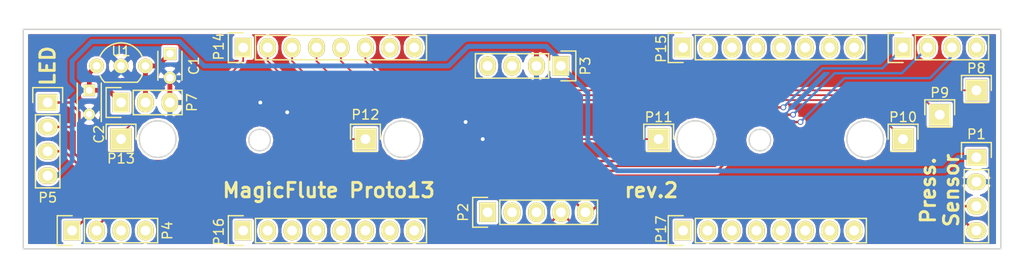
<source format=kicad_pcb>
(kicad_pcb (version 4) (host pcbnew 4.0.1-stable)

  (general
    (links 25)
    (no_connects 0)
    (area 91.364999 77.394999 193.115001 100.405001)
    (thickness 1.6)
    (drawings 14)
    (tracks 153)
    (zones 0)
    (modules 20)
    (nets 15)
  )

  (page A4)
  (layers
    (0 F.Cu signal)
    (31 B.Cu signal)
    (32 B.Adhes user)
    (33 F.Adhes user)
    (34 B.Paste user)
    (35 F.Paste user)
    (36 B.SilkS user)
    (37 F.SilkS user)
    (38 B.Mask user)
    (39 F.Mask user)
    (40 Dwgs.User user)
    (41 Cmts.User user)
    (42 Eco1.User user)
    (43 Eco2.User user)
    (44 Edge.Cuts user)
    (45 Margin user)
    (46 B.CrtYd user)
    (47 F.CrtYd user)
    (48 B.Fab user)
    (49 F.Fab user)
  )

  (setup
    (last_trace_width 0.25)
    (user_trace_width 0.18)
    (user_trace_width 0.5)
    (trace_clearance 0.2)
    (zone_clearance 0.25)
    (zone_45_only no)
    (trace_min 0.15)
    (segment_width 0.2)
    (edge_width 0.15)
    (via_size 0.6)
    (via_drill 0.4)
    (via_min_size 0.4)
    (via_min_drill 0.3)
    (uvia_size 0.3)
    (uvia_drill 0.1)
    (uvias_allowed no)
    (uvia_min_size 0.2)
    (uvia_min_drill 0.1)
    (pcb_text_width 0.3)
    (pcb_text_size 1.5 1.5)
    (mod_edge_width 0.15)
    (mod_text_size 1 1)
    (mod_text_width 0.15)
    (pad_size 1.524 1.524)
    (pad_drill 0.762)
    (pad_to_mask_clearance 0.2)
    (aux_axis_origin 0 0)
    (visible_elements FFFEFF7F)
    (pcbplotparams
      (layerselection 0x010f0_80000001)
      (usegerberextensions false)
      (excludeedgelayer true)
      (linewidth 0.100000)
      (plotframeref false)
      (viasonmask false)
      (mode 1)
      (useauxorigin false)
      (hpglpennumber 1)
      (hpglpenspeed 20)
      (hpglpendiameter 15)
      (hpglpenoverlay 2)
      (psnegative false)
      (psa4output false)
      (plotreference true)
      (plotvalue true)
      (plotinvisibletext false)
      (padsonsilk false)
      (subtractmaskfromsilk false)
      (outputformat 1)
      (mirror false)
      (drillshape 0)
      (scaleselection 1)
      (outputdirectory gerber/))
  )

  (net 0 "")
  (net 1 "Net-(C1-Pad1)")
  (net 2 GND)
  (net 3 "Net-(C2-Pad1)")
  (net 4 "Net-(P1-Pad3)")
  (net 5 "Net-(P1-Pad4)")
  (net 6 "Net-(P5-Pad1)")
  (net 7 "Net-(P5-Pad2)")
  (net 8 "Net-(P5-Pad3)")
  (net 9 "Net-(P14-Pad6)")
  (net 10 "Net-(P14-Pad5)")
  (net 11 "Net-(P10-Pad1)")
  (net 12 "Net-(P11-Pad1)")
  (net 13 "Net-(P12-Pad1)")
  (net 14 "Net-(P13-Pad1)")

  (net_class Default "This is the default net class."
    (clearance 0.2)
    (trace_width 0.25)
    (via_dia 0.6)
    (via_drill 0.4)
    (uvia_dia 0.3)
    (uvia_drill 0.1)
    (add_net GND)
    (add_net "Net-(C1-Pad1)")
    (add_net "Net-(C2-Pad1)")
    (add_net "Net-(P1-Pad3)")
    (add_net "Net-(P1-Pad4)")
    (add_net "Net-(P10-Pad1)")
    (add_net "Net-(P11-Pad1)")
    (add_net "Net-(P12-Pad1)")
    (add_net "Net-(P13-Pad1)")
    (add_net "Net-(P14-Pad5)")
    (add_net "Net-(P14-Pad6)")
    (add_net "Net-(P5-Pad1)")
    (add_net "Net-(P5-Pad2)")
    (add_net "Net-(P5-Pad3)")
  )

  (net_class Power ""
    (clearance 0.2)
    (trace_width 0.5)
    (via_dia 0.6)
    (via_drill 0.4)
    (uvia_dia 0.3)
    (uvia_drill 0.1)
  )

  (net_class thin ""
    (clearance 0.2)
    (trace_width 0.18)
    (via_dia 0.6)
    (via_drill 0.4)
    (uvia_dia 0.3)
    (uvia_drill 0.1)
  )

  (module Capacitors_ThroughHole:C_Disc_D3_P2.5 (layer F.Cu) (tedit 0) (tstamp 58D52115)
    (at 106.68 80.01 270)
    (descr "Capacitor 3mm Disc, Pitch 2.5mm")
    (tags Capacitor)
    (path /58D3D24B)
    (fp_text reference C1 (at 1.25 -2.5 270) (layer F.SilkS)
      (effects (font (size 1 1) (thickness 0.15)))
    )
    (fp_text value C_Small (at 1.25 2.5 270) (layer F.Fab)
      (effects (font (size 1 1) (thickness 0.15)))
    )
    (fp_line (start -0.9 -1.5) (end 3.4 -1.5) (layer F.CrtYd) (width 0.05))
    (fp_line (start 3.4 -1.5) (end 3.4 1.5) (layer F.CrtYd) (width 0.05))
    (fp_line (start 3.4 1.5) (end -0.9 1.5) (layer F.CrtYd) (width 0.05))
    (fp_line (start -0.9 1.5) (end -0.9 -1.5) (layer F.CrtYd) (width 0.05))
    (fp_line (start -0.25 -1.25) (end 2.75 -1.25) (layer F.SilkS) (width 0.15))
    (fp_line (start 2.75 1.25) (end -0.25 1.25) (layer F.SilkS) (width 0.15))
    (pad 1 thru_hole rect (at 0 0 270) (size 1.3 1.3) (drill 0.8) (layers *.Cu *.Mask F.SilkS)
      (net 1 "Net-(C1-Pad1)"))
    (pad 2 thru_hole circle (at 2.5 0 270) (size 1.3 1.3) (drill 0.8001) (layers *.Cu *.Mask F.SilkS)
      (net 2 GND))
    (model Capacitors_ThroughHole.3dshapes/C_Disc_D3_P2.5.wrl
      (at (xyz 0.0492126 0 0))
      (scale (xyz 1 1 1))
      (rotate (xyz 0 0 0))
    )
  )

  (module Pin_Headers:Pin_Header_Straight_1x04 (layer F.Cu) (tedit 58D7C4BE) (tstamp 58D52123)
    (at 190.5 90.805)
    (descr "Through hole pin header")
    (tags "pin header")
    (path /58D3F38B)
    (fp_text reference P1 (at 0 -2.413) (layer F.SilkS)
      (effects (font (size 1 1) (thickness 0.15)))
    )
    (fp_text value CONN_01X04 (at 0 -3.1) (layer F.Fab)
      (effects (font (size 1 1) (thickness 0.15)))
    )
    (fp_line (start -1.75 -1.75) (end -1.75 9.4) (layer F.CrtYd) (width 0.05))
    (fp_line (start 1.75 -1.75) (end 1.75 9.4) (layer F.CrtYd) (width 0.05))
    (fp_line (start -1.75 -1.75) (end 1.75 -1.75) (layer F.CrtYd) (width 0.05))
    (fp_line (start -1.75 9.4) (end 1.75 9.4) (layer F.CrtYd) (width 0.05))
    (fp_line (start -1.27 1.27) (end -1.27 8.89) (layer F.SilkS) (width 0.15))
    (fp_line (start 1.27 1.27) (end 1.27 8.89) (layer F.SilkS) (width 0.15))
    (fp_line (start 1.55 -1.55) (end 1.55 0) (layer F.SilkS) (width 0.15))
    (fp_line (start -1.27 8.89) (end 1.27 8.89) (layer F.SilkS) (width 0.15))
    (fp_line (start 1.27 1.27) (end -1.27 1.27) (layer F.SilkS) (width 0.15))
    (fp_line (start -1.55 0) (end -1.55 -1.55) (layer F.SilkS) (width 0.15))
    (fp_line (start -1.55 -1.55) (end 1.55 -1.55) (layer F.SilkS) (width 0.15))
    (pad 1 thru_hole rect (at 0 0) (size 2.032 1.7272) (drill 1.016) (layers *.Cu *.Mask F.SilkS)
      (net 3 "Net-(C2-Pad1)"))
    (pad 2 thru_hole oval (at 0 2.54) (size 2.032 1.7272) (drill 1.016) (layers *.Cu *.Mask F.SilkS)
      (net 2 GND))
    (pad 3 thru_hole oval (at 0 5.08) (size 2.032 1.7272) (drill 1.016) (layers *.Cu *.Mask F.SilkS)
      (net 4 "Net-(P1-Pad3)"))
    (pad 4 thru_hole oval (at 0 7.62) (size 2.032 1.7272) (drill 1.016) (layers *.Cu *.Mask F.SilkS)
      (net 5 "Net-(P1-Pad4)"))
    (model Pin_Headers.3dshapes/Pin_Header_Straight_1x04.wrl
      (at (xyz 0 -0.15 0))
      (scale (xyz 1 1 1))
      (rotate (xyz 0 0 90))
    )
  )

  (module Pin_Headers:Pin_Header_Straight_1x05 (layer F.Cu) (tedit 58D7126C) (tstamp 58D5212C)
    (at 139.7 96.52 90)
    (descr "Through hole pin header")
    (tags "pin header")
    (path /58D3F0C8)
    (fp_text reference P2 (at 0 -2.54 90) (layer F.SilkS)
      (effects (font (size 1 1) (thickness 0.15)))
    )
    (fp_text value CONN_01X05 (at 0 -3.1 90) (layer F.Fab)
      (effects (font (size 1 1) (thickness 0.15)))
    )
    (fp_line (start -1.55 0) (end -1.55 -1.55) (layer F.SilkS) (width 0.15))
    (fp_line (start -1.55 -1.55) (end 1.55 -1.55) (layer F.SilkS) (width 0.15))
    (fp_line (start 1.55 -1.55) (end 1.55 0) (layer F.SilkS) (width 0.15))
    (fp_line (start -1.75 -1.75) (end -1.75 11.95) (layer F.CrtYd) (width 0.05))
    (fp_line (start 1.75 -1.75) (end 1.75 11.95) (layer F.CrtYd) (width 0.05))
    (fp_line (start -1.75 -1.75) (end 1.75 -1.75) (layer F.CrtYd) (width 0.05))
    (fp_line (start -1.75 11.95) (end 1.75 11.95) (layer F.CrtYd) (width 0.05))
    (fp_line (start 1.27 1.27) (end 1.27 11.43) (layer F.SilkS) (width 0.15))
    (fp_line (start 1.27 11.43) (end -1.27 11.43) (layer F.SilkS) (width 0.15))
    (fp_line (start -1.27 11.43) (end -1.27 1.27) (layer F.SilkS) (width 0.15))
    (fp_line (start 1.27 1.27) (end -1.27 1.27) (layer F.SilkS) (width 0.15))
    (pad 1 thru_hole rect (at 0 0 90) (size 2.032 1.7272) (drill 1.016) (layers *.Cu *.Mask F.SilkS))
    (pad 2 thru_hole oval (at 0 2.54 90) (size 2.032 1.7272) (drill 1.016) (layers *.Cu *.Mask F.SilkS))
    (pad 3 thru_hole oval (at 0 5.08 90) (size 2.032 1.7272) (drill 1.016) (layers *.Cu *.Mask F.SilkS))
    (pad 4 thru_hole oval (at 0 7.62 90) (size 2.032 1.7272) (drill 1.016) (layers *.Cu *.Mask F.SilkS)
      (net 5 "Net-(P1-Pad4)"))
    (pad 5 thru_hole oval (at 0 10.16 90) (size 2.032 1.7272) (drill 1.016) (layers *.Cu *.Mask F.SilkS)
      (net 4 "Net-(P1-Pad3)"))
    (model Pin_Headers.3dshapes/Pin_Header_Straight_1x05.wrl
      (at (xyz 0 -0.2 0))
      (scale (xyz 1 1 1))
      (rotate (xyz 0 0 90))
    )
  )

  (module Pin_Headers:Pin_Header_Straight_1x04 (layer F.Cu) (tedit 58D71273) (tstamp 58D52134)
    (at 147.32 81.28 270)
    (descr "Through hole pin header")
    (tags "pin header")
    (path /58D3F10F)
    (fp_text reference P3 (at 0 -2.54 270) (layer F.SilkS)
      (effects (font (size 1 1) (thickness 0.15)))
    )
    (fp_text value CONN_01X04 (at 0 -3.1 270) (layer F.Fab)
      (effects (font (size 1 1) (thickness 0.15)))
    )
    (fp_line (start -1.75 -1.75) (end -1.75 9.4) (layer F.CrtYd) (width 0.05))
    (fp_line (start 1.75 -1.75) (end 1.75 9.4) (layer F.CrtYd) (width 0.05))
    (fp_line (start -1.75 -1.75) (end 1.75 -1.75) (layer F.CrtYd) (width 0.05))
    (fp_line (start -1.75 9.4) (end 1.75 9.4) (layer F.CrtYd) (width 0.05))
    (fp_line (start -1.27 1.27) (end -1.27 8.89) (layer F.SilkS) (width 0.15))
    (fp_line (start 1.27 1.27) (end 1.27 8.89) (layer F.SilkS) (width 0.15))
    (fp_line (start 1.55 -1.55) (end 1.55 0) (layer F.SilkS) (width 0.15))
    (fp_line (start -1.27 8.89) (end 1.27 8.89) (layer F.SilkS) (width 0.15))
    (fp_line (start 1.27 1.27) (end -1.27 1.27) (layer F.SilkS) (width 0.15))
    (fp_line (start -1.55 0) (end -1.55 -1.55) (layer F.SilkS) (width 0.15))
    (fp_line (start -1.55 -1.55) (end 1.55 -1.55) (layer F.SilkS) (width 0.15))
    (pad 1 thru_hole rect (at 0 0 270) (size 2.032 1.7272) (drill 1.016) (layers *.Cu *.Mask F.SilkS)
      (net 3 "Net-(C2-Pad1)"))
    (pad 2 thru_hole oval (at 0 2.54 270) (size 2.032 1.7272) (drill 1.016) (layers *.Cu *.Mask F.SilkS)
      (net 2 GND))
    (pad 3 thru_hole oval (at 0 5.08 270) (size 2.032 1.7272) (drill 1.016) (layers *.Cu *.Mask F.SilkS))
    (pad 4 thru_hole oval (at 0 7.62 270) (size 2.032 1.7272) (drill 1.016) (layers *.Cu *.Mask F.SilkS))
    (model Pin_Headers.3dshapes/Pin_Header_Straight_1x04.wrl
      (at (xyz 0 -0.15 0))
      (scale (xyz 1 1 1))
      (rotate (xyz 0 0 90))
    )
  )

  (module Pin_Headers:Pin_Header_Straight_1x04 (layer F.Cu) (tedit 58D7125E) (tstamp 58D5213C)
    (at 96.52 98.425 90)
    (descr "Through hole pin header")
    (tags "pin header")
    (path /58D3DB69)
    (fp_text reference P4 (at 0 9.906 90) (layer F.SilkS)
      (effects (font (size 1 1) (thickness 0.15)))
    )
    (fp_text value CONN_01X04 (at 0 -3.1 90) (layer F.Fab)
      (effects (font (size 1 1) (thickness 0.15)))
    )
    (fp_line (start -1.75 -1.75) (end -1.75 9.4) (layer F.CrtYd) (width 0.05))
    (fp_line (start 1.75 -1.75) (end 1.75 9.4) (layer F.CrtYd) (width 0.05))
    (fp_line (start -1.75 -1.75) (end 1.75 -1.75) (layer F.CrtYd) (width 0.05))
    (fp_line (start -1.75 9.4) (end 1.75 9.4) (layer F.CrtYd) (width 0.05))
    (fp_line (start -1.27 1.27) (end -1.27 8.89) (layer F.SilkS) (width 0.15))
    (fp_line (start 1.27 1.27) (end 1.27 8.89) (layer F.SilkS) (width 0.15))
    (fp_line (start 1.55 -1.55) (end 1.55 0) (layer F.SilkS) (width 0.15))
    (fp_line (start -1.27 8.89) (end 1.27 8.89) (layer F.SilkS) (width 0.15))
    (fp_line (start 1.27 1.27) (end -1.27 1.27) (layer F.SilkS) (width 0.15))
    (fp_line (start -1.55 0) (end -1.55 -1.55) (layer F.SilkS) (width 0.15))
    (fp_line (start -1.55 -1.55) (end 1.55 -1.55) (layer F.SilkS) (width 0.15))
    (pad 1 thru_hole rect (at 0 0 90) (size 2.032 1.7272) (drill 1.016) (layers *.Cu *.Mask F.SilkS)
      (net 4 "Net-(P1-Pad3)"))
    (pad 2 thru_hole oval (at 0 2.54 90) (size 2.032 1.7272) (drill 1.016) (layers *.Cu *.Mask F.SilkS)
      (net 5 "Net-(P1-Pad4)"))
    (pad 3 thru_hole oval (at 0 5.08 90) (size 2.032 1.7272) (drill 1.016) (layers *.Cu *.Mask F.SilkS))
    (pad 4 thru_hole oval (at 0 7.62 90) (size 2.032 1.7272) (drill 1.016) (layers *.Cu *.Mask F.SilkS))
    (model Pin_Headers.3dshapes/Pin_Header_Straight_1x04.wrl
      (at (xyz 0 -0.15 0))
      (scale (xyz 1 1 1))
      (rotate (xyz 0 0 90))
    )
  )

  (module Pin_Headers:Pin_Header_Straight_1x04 (layer F.Cu) (tedit 58D71253) (tstamp 58D52144)
    (at 93.98 85.09)
    (descr "Through hole pin header")
    (tags "pin header")
    (path /58D3EBFC)
    (fp_text reference P5 (at 0 9.906) (layer F.SilkS)
      (effects (font (size 1 1) (thickness 0.15)))
    )
    (fp_text value CONN_01X04 (at 0 -3.1) (layer F.Fab)
      (effects (font (size 1 1) (thickness 0.15)))
    )
    (fp_line (start -1.75 -1.75) (end -1.75 9.4) (layer F.CrtYd) (width 0.05))
    (fp_line (start 1.75 -1.75) (end 1.75 9.4) (layer F.CrtYd) (width 0.05))
    (fp_line (start -1.75 -1.75) (end 1.75 -1.75) (layer F.CrtYd) (width 0.05))
    (fp_line (start -1.75 9.4) (end 1.75 9.4) (layer F.CrtYd) (width 0.05))
    (fp_line (start -1.27 1.27) (end -1.27 8.89) (layer F.SilkS) (width 0.15))
    (fp_line (start 1.27 1.27) (end 1.27 8.89) (layer F.SilkS) (width 0.15))
    (fp_line (start 1.55 -1.55) (end 1.55 0) (layer F.SilkS) (width 0.15))
    (fp_line (start -1.27 8.89) (end 1.27 8.89) (layer F.SilkS) (width 0.15))
    (fp_line (start 1.27 1.27) (end -1.27 1.27) (layer F.SilkS) (width 0.15))
    (fp_line (start -1.55 0) (end -1.55 -1.55) (layer F.SilkS) (width 0.15))
    (fp_line (start -1.55 -1.55) (end 1.55 -1.55) (layer F.SilkS) (width 0.15))
    (pad 1 thru_hole rect (at 0 0) (size 2.032 1.7272) (drill 1.016) (layers *.Cu *.Mask F.SilkS)
      (net 6 "Net-(P5-Pad1)"))
    (pad 2 thru_hole oval (at 0 2.54) (size 2.032 1.7272) (drill 1.016) (layers *.Cu *.Mask F.SilkS)
      (net 7 "Net-(P5-Pad2)"))
    (pad 3 thru_hole oval (at 0 5.08) (size 2.032 1.7272) (drill 1.016) (layers *.Cu *.Mask F.SilkS)
      (net 8 "Net-(P5-Pad3)"))
    (pad 4 thru_hole oval (at 0 7.62) (size 2.032 1.7272) (drill 1.016) (layers *.Cu *.Mask F.SilkS)
      (net 3 "Net-(C2-Pad1)"))
    (model Pin_Headers.3dshapes/Pin_Header_Straight_1x04.wrl
      (at (xyz 0 -0.15 0))
      (scale (xyz 1 1 1))
      (rotate (xyz 0 0 90))
    )
  )

  (module Pin_Headers:Pin_Header_Straight_1x04 (layer F.Cu) (tedit 0) (tstamp 58D5214C)
    (at 182.88 79.375 90)
    (descr "Through hole pin header")
    (tags "pin header")
    (path /58D3E47E)
    (fp_text reference P6 (at 0 -5.1 90) (layer F.SilkS)
      (effects (font (size 1 1) (thickness 0.15)))
    )
    (fp_text value CONN_01X04 (at 0 -3.1 90) (layer F.Fab)
      (effects (font (size 1 1) (thickness 0.15)))
    )
    (fp_line (start -1.75 -1.75) (end -1.75 9.4) (layer F.CrtYd) (width 0.05))
    (fp_line (start 1.75 -1.75) (end 1.75 9.4) (layer F.CrtYd) (width 0.05))
    (fp_line (start -1.75 -1.75) (end 1.75 -1.75) (layer F.CrtYd) (width 0.05))
    (fp_line (start -1.75 9.4) (end 1.75 9.4) (layer F.CrtYd) (width 0.05))
    (fp_line (start -1.27 1.27) (end -1.27 8.89) (layer F.SilkS) (width 0.15))
    (fp_line (start 1.27 1.27) (end 1.27 8.89) (layer F.SilkS) (width 0.15))
    (fp_line (start 1.55 -1.55) (end 1.55 0) (layer F.SilkS) (width 0.15))
    (fp_line (start -1.27 8.89) (end 1.27 8.89) (layer F.SilkS) (width 0.15))
    (fp_line (start 1.27 1.27) (end -1.27 1.27) (layer F.SilkS) (width 0.15))
    (fp_line (start -1.55 0) (end -1.55 -1.55) (layer F.SilkS) (width 0.15))
    (fp_line (start -1.55 -1.55) (end 1.55 -1.55) (layer F.SilkS) (width 0.15))
    (pad 1 thru_hole rect (at 0 0 90) (size 2.032 1.7272) (drill 1.016) (layers *.Cu *.Mask F.SilkS)
      (net 6 "Net-(P5-Pad1)"))
    (pad 2 thru_hole oval (at 0 2.54 90) (size 2.032 1.7272) (drill 1.016) (layers *.Cu *.Mask F.SilkS)
      (net 7 "Net-(P5-Pad2)"))
    (pad 3 thru_hole oval (at 0 5.08 90) (size 2.032 1.7272) (drill 1.016) (layers *.Cu *.Mask F.SilkS)
      (net 8 "Net-(P5-Pad3)"))
    (pad 4 thru_hole oval (at 0 7.62 90) (size 2.032 1.7272) (drill 1.016) (layers *.Cu *.Mask F.SilkS))
    (model Pin_Headers.3dshapes/Pin_Header_Straight_1x04.wrl
      (at (xyz 0 -0.15 0))
      (scale (xyz 1 1 1))
      (rotate (xyz 0 0 90))
    )
  )

  (module Pin_Headers:Pin_Header_Straight_1x03 (layer F.Cu) (tedit 58D7C824) (tstamp 58D52153)
    (at 101.6 85.09 90)
    (descr "Through hole pin header")
    (tags "pin header")
    (path /58D3D204)
    (fp_text reference P7 (at 0 7.366 90) (layer F.SilkS)
      (effects (font (size 1 1) (thickness 0.15)))
    )
    (fp_text value CONN_01X03 (at 0 -3.1 90) (layer F.Fab)
      (effects (font (size 1 1) (thickness 0.15)))
    )
    (fp_line (start -1.75 -1.75) (end -1.75 6.85) (layer F.CrtYd) (width 0.05))
    (fp_line (start 1.75 -1.75) (end 1.75 6.85) (layer F.CrtYd) (width 0.05))
    (fp_line (start -1.75 -1.75) (end 1.75 -1.75) (layer F.CrtYd) (width 0.05))
    (fp_line (start -1.75 6.85) (end 1.75 6.85) (layer F.CrtYd) (width 0.05))
    (fp_line (start -1.27 1.27) (end -1.27 6.35) (layer F.SilkS) (width 0.15))
    (fp_line (start -1.27 6.35) (end 1.27 6.35) (layer F.SilkS) (width 0.15))
    (fp_line (start 1.27 6.35) (end 1.27 1.27) (layer F.SilkS) (width 0.15))
    (fp_line (start 1.55 -1.55) (end 1.55 0) (layer F.SilkS) (width 0.15))
    (fp_line (start 1.27 1.27) (end -1.27 1.27) (layer F.SilkS) (width 0.15))
    (fp_line (start -1.55 0) (end -1.55 -1.55) (layer F.SilkS) (width 0.15))
    (fp_line (start -1.55 -1.55) (end 1.55 -1.55) (layer F.SilkS) (width 0.15))
    (pad 1 thru_hole rect (at 0 0 90) (size 2.032 1.7272) (drill 1.016) (layers *.Cu *.Mask F.SilkS)
      (net 3 "Net-(C2-Pad1)"))
    (pad 2 thru_hole oval (at 0 2.54 90) (size 2.032 1.7272) (drill 1.016) (layers *.Cu *.Mask F.SilkS)
      (net 1 "Net-(C1-Pad1)"))
    (pad 3 thru_hole oval (at 0 5.08 90) (size 2.032 1.7272) (drill 1.016) (layers *.Cu *.Mask F.SilkS)
      (net 2 GND))
    (model Pin_Headers.3dshapes/Pin_Header_Straight_1x03.wrl
      (at (xyz 0 -0.1 0))
      (scale (xyz 1 1 1))
      (rotate (xyz 0 0 90))
    )
  )

  (module Pin_Headers:Pin_Header_Straight_1x01 (layer F.Cu) (tedit 58D7C594) (tstamp 58D52158)
    (at 190.5 83.82)
    (descr "Through hole pin header")
    (tags "pin header")
    (path /58D3E5ED)
    (fp_text reference P8 (at 0 -2.286) (layer F.SilkS)
      (effects (font (size 1 1) (thickness 0.15)))
    )
    (fp_text value CONN_01X01 (at 0 -3.1) (layer F.Fab)
      (effects (font (size 1 1) (thickness 0.15)))
    )
    (fp_line (start 1.55 -1.55) (end 1.55 0) (layer F.SilkS) (width 0.15))
    (fp_line (start -1.75 -1.75) (end -1.75 1.75) (layer F.CrtYd) (width 0.05))
    (fp_line (start 1.75 -1.75) (end 1.75 1.75) (layer F.CrtYd) (width 0.05))
    (fp_line (start -1.75 -1.75) (end 1.75 -1.75) (layer F.CrtYd) (width 0.05))
    (fp_line (start -1.75 1.75) (end 1.75 1.75) (layer F.CrtYd) (width 0.05))
    (fp_line (start -1.55 0) (end -1.55 -1.55) (layer F.SilkS) (width 0.15))
    (fp_line (start -1.55 -1.55) (end 1.55 -1.55) (layer F.SilkS) (width 0.15))
    (fp_line (start -1.27 1.27) (end 1.27 1.27) (layer F.SilkS) (width 0.15))
    (pad 1 thru_hole rect (at 0 0) (size 2.2352 2.2352) (drill 1.016) (layers *.Cu *.Mask F.SilkS)
      (net 9 "Net-(P14-Pad6)"))
    (model Pin_Headers.3dshapes/Pin_Header_Straight_1x01.wrl
      (at (xyz 0 0 0))
      (scale (xyz 1 1 1))
      (rotate (xyz 0 0 90))
    )
  )

  (module Pin_Headers:Pin_Header_Straight_1x01 (layer F.Cu) (tedit 58D7C62F) (tstamp 58D5215D)
    (at 186.69 86.36)
    (descr "Through hole pin header")
    (tags "pin header")
    (path /58D3E5BA)
    (fp_text reference P9 (at 0 -2.286) (layer F.SilkS)
      (effects (font (size 1 1) (thickness 0.15)))
    )
    (fp_text value CONN_01X01 (at 0 -3.1) (layer F.Fab)
      (effects (font (size 1 1) (thickness 0.15)))
    )
    (fp_line (start 1.55 -1.55) (end 1.55 0) (layer F.SilkS) (width 0.15))
    (fp_line (start -1.75 -1.75) (end -1.75 1.75) (layer F.CrtYd) (width 0.05))
    (fp_line (start 1.75 -1.75) (end 1.75 1.75) (layer F.CrtYd) (width 0.05))
    (fp_line (start -1.75 -1.75) (end 1.75 -1.75) (layer F.CrtYd) (width 0.05))
    (fp_line (start -1.75 1.75) (end 1.75 1.75) (layer F.CrtYd) (width 0.05))
    (fp_line (start -1.55 0) (end -1.55 -1.55) (layer F.SilkS) (width 0.15))
    (fp_line (start -1.55 -1.55) (end 1.55 -1.55) (layer F.SilkS) (width 0.15))
    (fp_line (start -1.27 1.27) (end 1.27 1.27) (layer F.SilkS) (width 0.15))
    (pad 1 thru_hole rect (at 0 0) (size 2.2352 2.2352) (drill 1.016) (layers *.Cu *.Mask F.SilkS)
      (net 10 "Net-(P14-Pad5)"))
    (model Pin_Headers.3dshapes/Pin_Header_Straight_1x01.wrl
      (at (xyz 0 0 0))
      (scale (xyz 1 1 1))
      (rotate (xyz 0 0 90))
    )
  )

  (module Pin_Headers:Pin_Header_Straight_1x01 (layer F.Cu) (tedit 58D7C55D) (tstamp 58D52162)
    (at 182.88 88.9)
    (descr "Through hole pin header")
    (tags "pin header")
    (path /58D3E589)
    (fp_text reference P10 (at 0 -2.286) (layer F.SilkS)
      (effects (font (size 1 1) (thickness 0.15)))
    )
    (fp_text value CONN_01X01 (at 0 -3.1) (layer F.Fab)
      (effects (font (size 1 1) (thickness 0.15)))
    )
    (fp_line (start 1.55 -1.55) (end 1.55 0) (layer F.SilkS) (width 0.15))
    (fp_line (start -1.75 -1.75) (end -1.75 1.75) (layer F.CrtYd) (width 0.05))
    (fp_line (start 1.75 -1.75) (end 1.75 1.75) (layer F.CrtYd) (width 0.05))
    (fp_line (start -1.75 -1.75) (end 1.75 -1.75) (layer F.CrtYd) (width 0.05))
    (fp_line (start -1.75 1.75) (end 1.75 1.75) (layer F.CrtYd) (width 0.05))
    (fp_line (start -1.55 0) (end -1.55 -1.55) (layer F.SilkS) (width 0.15))
    (fp_line (start -1.55 -1.55) (end 1.55 -1.55) (layer F.SilkS) (width 0.15))
    (fp_line (start -1.27 1.27) (end 1.27 1.27) (layer F.SilkS) (width 0.15))
    (pad 1 thru_hole rect (at 0 0) (size 2.2352 2.2352) (drill 1.016) (layers *.Cu *.Mask F.SilkS)
      (net 11 "Net-(P10-Pad1)"))
    (model Pin_Headers.3dshapes/Pin_Header_Straight_1x01.wrl
      (at (xyz 0 0 0))
      (scale (xyz 1 1 1))
      (rotate (xyz 0 0 90))
    )
  )

  (module Pin_Headers:Pin_Header_Straight_1x01 (layer F.Cu) (tedit 58D7C554) (tstamp 58D52167)
    (at 157.48 88.9)
    (descr "Through hole pin header")
    (tags "pin header")
    (path /58D3E55A)
    (fp_text reference P11 (at 0 -2.286) (layer F.SilkS)
      (effects (font (size 1 1) (thickness 0.15)))
    )
    (fp_text value CONN_01X01 (at 0 -3.1) (layer F.Fab)
      (effects (font (size 1 1) (thickness 0.15)))
    )
    (fp_line (start 1.55 -1.55) (end 1.55 0) (layer F.SilkS) (width 0.15))
    (fp_line (start -1.75 -1.75) (end -1.75 1.75) (layer F.CrtYd) (width 0.05))
    (fp_line (start 1.75 -1.75) (end 1.75 1.75) (layer F.CrtYd) (width 0.05))
    (fp_line (start -1.75 -1.75) (end 1.75 -1.75) (layer F.CrtYd) (width 0.05))
    (fp_line (start -1.75 1.75) (end 1.75 1.75) (layer F.CrtYd) (width 0.05))
    (fp_line (start -1.55 0) (end -1.55 -1.55) (layer F.SilkS) (width 0.15))
    (fp_line (start -1.55 -1.55) (end 1.55 -1.55) (layer F.SilkS) (width 0.15))
    (fp_line (start -1.27 1.27) (end 1.27 1.27) (layer F.SilkS) (width 0.15))
    (pad 1 thru_hole rect (at 0 0) (size 2.2352 2.2352) (drill 1.016) (layers *.Cu *.Mask F.SilkS)
      (net 12 "Net-(P11-Pad1)"))
    (model Pin_Headers.3dshapes/Pin_Header_Straight_1x01.wrl
      (at (xyz 0 0 0))
      (scale (xyz 1 1 1))
      (rotate (xyz 0 0 90))
    )
  )

  (module Pin_Headers:Pin_Header_Straight_1x01 (layer F.Cu) (tedit 58D7C566) (tstamp 58D5216C)
    (at 127 88.9)
    (descr "Through hole pin header")
    (tags "pin header")
    (path /58D3E52D)
    (fp_text reference P12 (at 0 -2.54) (layer F.SilkS)
      (effects (font (size 1 1) (thickness 0.15)))
    )
    (fp_text value CONN_01X01 (at 0 -3.1) (layer F.Fab)
      (effects (font (size 1 1) (thickness 0.15)))
    )
    (fp_line (start 1.55 -1.55) (end 1.55 0) (layer F.SilkS) (width 0.15))
    (fp_line (start -1.75 -1.75) (end -1.75 1.75) (layer F.CrtYd) (width 0.05))
    (fp_line (start 1.75 -1.75) (end 1.75 1.75) (layer F.CrtYd) (width 0.05))
    (fp_line (start -1.75 -1.75) (end 1.75 -1.75) (layer F.CrtYd) (width 0.05))
    (fp_line (start -1.75 1.75) (end 1.75 1.75) (layer F.CrtYd) (width 0.05))
    (fp_line (start -1.55 0) (end -1.55 -1.55) (layer F.SilkS) (width 0.15))
    (fp_line (start -1.55 -1.55) (end 1.55 -1.55) (layer F.SilkS) (width 0.15))
    (fp_line (start -1.27 1.27) (end 1.27 1.27) (layer F.SilkS) (width 0.15))
    (pad 1 thru_hole rect (at 0 0) (size 2.2352 2.2352) (drill 1.016) (layers *.Cu *.Mask F.SilkS)
      (net 13 "Net-(P12-Pad1)"))
    (model Pin_Headers.3dshapes/Pin_Header_Straight_1x01.wrl
      (at (xyz 0 0 0))
      (scale (xyz 1 1 1))
      (rotate (xyz 0 0 90))
    )
  )

  (module Pin_Headers:Pin_Header_Straight_1x01 (layer F.Cu) (tedit 58D7D235) (tstamp 58D52171)
    (at 101.6 88.9)
    (descr "Through hole pin header")
    (tags "pin header")
    (path /58D3E4F0)
    (fp_text reference P13 (at 0 2.032) (layer F.SilkS)
      (effects (font (size 1 1) (thickness 0.15)))
    )
    (fp_text value CONN_01X01 (at 0 -3.1) (layer F.Fab)
      (effects (font (size 1 1) (thickness 0.15)))
    )
    (fp_line (start 1.55 -1.55) (end 1.55 0) (layer F.SilkS) (width 0.15))
    (fp_line (start -1.75 -1.75) (end -1.75 1.75) (layer F.CrtYd) (width 0.05))
    (fp_line (start 1.75 -1.75) (end 1.75 1.75) (layer F.CrtYd) (width 0.05))
    (fp_line (start -1.75 -1.75) (end 1.75 -1.75) (layer F.CrtYd) (width 0.05))
    (fp_line (start -1.75 1.75) (end 1.75 1.75) (layer F.CrtYd) (width 0.05))
    (fp_line (start -1.55 0) (end -1.55 -1.55) (layer F.SilkS) (width 0.15))
    (fp_line (start -1.55 -1.55) (end 1.55 -1.55) (layer F.SilkS) (width 0.15))
    (fp_line (start -1.27 1.27) (end 1.27 1.27) (layer F.SilkS) (width 0.15))
    (pad 1 thru_hole rect (at 0 0) (size 2.2352 2.2352) (drill 1.016) (layers *.Cu *.Mask F.SilkS)
      (net 14 "Net-(P13-Pad1)"))
    (model Pin_Headers.3dshapes/Pin_Header_Straight_1x01.wrl
      (at (xyz 0 0 0))
      (scale (xyz 1 1 1))
      (rotate (xyz 0 0 90))
    )
  )

  (module Pin_Headers:Pin_Header_Straight_1x08 (layer F.Cu) (tedit 58D7123F) (tstamp 58D5217D)
    (at 114.3 79.375 90)
    (descr "Through hole pin header")
    (tags "pin header")
    (path /58D3DBA9)
    (fp_text reference P14 (at 0.127 -2.54 90) (layer F.SilkS)
      (effects (font (size 1 1) (thickness 0.15)))
    )
    (fp_text value CONN_01X08 (at 0 -3.1 90) (layer F.Fab)
      (effects (font (size 1 1) (thickness 0.15)))
    )
    (fp_line (start -1.75 -1.75) (end -1.75 19.55) (layer F.CrtYd) (width 0.05))
    (fp_line (start 1.75 -1.75) (end 1.75 19.55) (layer F.CrtYd) (width 0.05))
    (fp_line (start -1.75 -1.75) (end 1.75 -1.75) (layer F.CrtYd) (width 0.05))
    (fp_line (start -1.75 19.55) (end 1.75 19.55) (layer F.CrtYd) (width 0.05))
    (fp_line (start 1.27 1.27) (end 1.27 19.05) (layer F.SilkS) (width 0.15))
    (fp_line (start 1.27 19.05) (end -1.27 19.05) (layer F.SilkS) (width 0.15))
    (fp_line (start -1.27 19.05) (end -1.27 1.27) (layer F.SilkS) (width 0.15))
    (fp_line (start 1.55 -1.55) (end 1.55 0) (layer F.SilkS) (width 0.15))
    (fp_line (start 1.27 1.27) (end -1.27 1.27) (layer F.SilkS) (width 0.15))
    (fp_line (start -1.55 0) (end -1.55 -1.55) (layer F.SilkS) (width 0.15))
    (fp_line (start -1.55 -1.55) (end 1.55 -1.55) (layer F.SilkS) (width 0.15))
    (pad 1 thru_hole rect (at 0 0 90) (size 2.032 1.7272) (drill 1.016) (layers *.Cu *.Mask F.SilkS)
      (net 14 "Net-(P13-Pad1)"))
    (pad 2 thru_hole oval (at 0 2.54 90) (size 2.032 1.7272) (drill 1.016) (layers *.Cu *.Mask F.SilkS)
      (net 13 "Net-(P12-Pad1)"))
    (pad 3 thru_hole oval (at 0 5.08 90) (size 2.032 1.7272) (drill 1.016) (layers *.Cu *.Mask F.SilkS)
      (net 12 "Net-(P11-Pad1)"))
    (pad 4 thru_hole oval (at 0 7.62 90) (size 2.032 1.7272) (drill 1.016) (layers *.Cu *.Mask F.SilkS)
      (net 11 "Net-(P10-Pad1)"))
    (pad 5 thru_hole oval (at 0 10.16 90) (size 2.032 1.7272) (drill 1.016) (layers *.Cu *.Mask F.SilkS)
      (net 10 "Net-(P14-Pad5)"))
    (pad 6 thru_hole oval (at 0 12.7 90) (size 2.032 1.7272) (drill 1.016) (layers *.Cu *.Mask F.SilkS)
      (net 9 "Net-(P14-Pad6)"))
    (pad 7 thru_hole oval (at 0 15.24 90) (size 2.032 1.7272) (drill 1.016) (layers *.Cu *.Mask F.SilkS))
    (pad 8 thru_hole oval (at 0 17.78 90) (size 2.032 1.7272) (drill 1.016) (layers *.Cu *.Mask F.SilkS))
    (model Pin_Headers.3dshapes/Pin_Header_Straight_1x08.wrl
      (at (xyz 0 -0.35 0))
      (scale (xyz 1 1 1))
      (rotate (xyz 0 0 90))
    )
  )

  (module Pin_Headers:Pin_Header_Straight_1x08 (layer F.Cu) (tedit 58D7127D) (tstamp 58D52189)
    (at 160.02 79.375 90)
    (descr "Through hole pin header")
    (tags "pin header")
    (path /58D3DBE6)
    (fp_text reference P15 (at -0.127 -2.286 90) (layer F.SilkS)
      (effects (font (size 1 1) (thickness 0.15)))
    )
    (fp_text value CONN_01X08 (at 0 -3.1 90) (layer F.Fab)
      (effects (font (size 1 1) (thickness 0.15)))
    )
    (fp_line (start -1.75 -1.75) (end -1.75 19.55) (layer F.CrtYd) (width 0.05))
    (fp_line (start 1.75 -1.75) (end 1.75 19.55) (layer F.CrtYd) (width 0.05))
    (fp_line (start -1.75 -1.75) (end 1.75 -1.75) (layer F.CrtYd) (width 0.05))
    (fp_line (start -1.75 19.55) (end 1.75 19.55) (layer F.CrtYd) (width 0.05))
    (fp_line (start 1.27 1.27) (end 1.27 19.05) (layer F.SilkS) (width 0.15))
    (fp_line (start 1.27 19.05) (end -1.27 19.05) (layer F.SilkS) (width 0.15))
    (fp_line (start -1.27 19.05) (end -1.27 1.27) (layer F.SilkS) (width 0.15))
    (fp_line (start 1.55 -1.55) (end 1.55 0) (layer F.SilkS) (width 0.15))
    (fp_line (start 1.27 1.27) (end -1.27 1.27) (layer F.SilkS) (width 0.15))
    (fp_line (start -1.55 0) (end -1.55 -1.55) (layer F.SilkS) (width 0.15))
    (fp_line (start -1.55 -1.55) (end 1.55 -1.55) (layer F.SilkS) (width 0.15))
    (pad 1 thru_hole rect (at 0 0 90) (size 2.032 1.7272) (drill 1.016) (layers *.Cu *.Mask F.SilkS))
    (pad 2 thru_hole oval (at 0 2.54 90) (size 2.032 1.7272) (drill 1.016) (layers *.Cu *.Mask F.SilkS))
    (pad 3 thru_hole oval (at 0 5.08 90) (size 2.032 1.7272) (drill 1.016) (layers *.Cu *.Mask F.SilkS))
    (pad 4 thru_hole oval (at 0 7.62 90) (size 2.032 1.7272) (drill 1.016) (layers *.Cu *.Mask F.SilkS))
    (pad 5 thru_hole oval (at 0 10.16 90) (size 2.032 1.7272) (drill 1.016) (layers *.Cu *.Mask F.SilkS))
    (pad 6 thru_hole oval (at 0 12.7 90) (size 2.032 1.7272) (drill 1.016) (layers *.Cu *.Mask F.SilkS))
    (pad 7 thru_hole oval (at 0 15.24 90) (size 2.032 1.7272) (drill 1.016) (layers *.Cu *.Mask F.SilkS))
    (pad 8 thru_hole oval (at 0 17.78 90) (size 2.032 1.7272) (drill 1.016) (layers *.Cu *.Mask F.SilkS))
    (model Pin_Headers.3dshapes/Pin_Header_Straight_1x08.wrl
      (at (xyz 0 -0.35 0))
      (scale (xyz 1 1 1))
      (rotate (xyz 0 0 90))
    )
  )

  (module Pin_Headers:Pin_Header_Straight_1x08 (layer F.Cu) (tedit 58D71264) (tstamp 58D52195)
    (at 114.3 98.425 90)
    (descr "Through hole pin header")
    (tags "pin header")
    (path /58D3DC1B)
    (fp_text reference P16 (at -0.127 -2.54 90) (layer F.SilkS)
      (effects (font (size 1 1) (thickness 0.15)))
    )
    (fp_text value CONN_01X08 (at 0 -3.1 90) (layer F.Fab)
      (effects (font (size 1 1) (thickness 0.15)))
    )
    (fp_line (start -1.75 -1.75) (end -1.75 19.55) (layer F.CrtYd) (width 0.05))
    (fp_line (start 1.75 -1.75) (end 1.75 19.55) (layer F.CrtYd) (width 0.05))
    (fp_line (start -1.75 -1.75) (end 1.75 -1.75) (layer F.CrtYd) (width 0.05))
    (fp_line (start -1.75 19.55) (end 1.75 19.55) (layer F.CrtYd) (width 0.05))
    (fp_line (start 1.27 1.27) (end 1.27 19.05) (layer F.SilkS) (width 0.15))
    (fp_line (start 1.27 19.05) (end -1.27 19.05) (layer F.SilkS) (width 0.15))
    (fp_line (start -1.27 19.05) (end -1.27 1.27) (layer F.SilkS) (width 0.15))
    (fp_line (start 1.55 -1.55) (end 1.55 0) (layer F.SilkS) (width 0.15))
    (fp_line (start 1.27 1.27) (end -1.27 1.27) (layer F.SilkS) (width 0.15))
    (fp_line (start -1.55 0) (end -1.55 -1.55) (layer F.SilkS) (width 0.15))
    (fp_line (start -1.55 -1.55) (end 1.55 -1.55) (layer F.SilkS) (width 0.15))
    (pad 1 thru_hole rect (at 0 0 90) (size 2.032 1.7272) (drill 1.016) (layers *.Cu *.Mask F.SilkS))
    (pad 2 thru_hole oval (at 0 2.54 90) (size 2.032 1.7272) (drill 1.016) (layers *.Cu *.Mask F.SilkS))
    (pad 3 thru_hole oval (at 0 5.08 90) (size 2.032 1.7272) (drill 1.016) (layers *.Cu *.Mask F.SilkS))
    (pad 4 thru_hole oval (at 0 7.62 90) (size 2.032 1.7272) (drill 1.016) (layers *.Cu *.Mask F.SilkS))
    (pad 5 thru_hole oval (at 0 10.16 90) (size 2.032 1.7272) (drill 1.016) (layers *.Cu *.Mask F.SilkS))
    (pad 6 thru_hole oval (at 0 12.7 90) (size 2.032 1.7272) (drill 1.016) (layers *.Cu *.Mask F.SilkS))
    (pad 7 thru_hole oval (at 0 15.24 90) (size 2.032 1.7272) (drill 1.016) (layers *.Cu *.Mask F.SilkS))
    (pad 8 thru_hole oval (at 0 17.78 90) (size 2.032 1.7272) (drill 1.016) (layers *.Cu *.Mask F.SilkS))
    (model Pin_Headers.3dshapes/Pin_Header_Straight_1x08.wrl
      (at (xyz 0 -0.35 0))
      (scale (xyz 1 1 1))
      (rotate (xyz 0 0 90))
    )
  )

  (module Pin_Headers:Pin_Header_Straight_1x08 (layer F.Cu) (tedit 58D71287) (tstamp 58D521A1)
    (at 160.02 98.425 90)
    (descr "Through hole pin header")
    (tags "pin header")
    (path /58D3DC50)
    (fp_text reference P17 (at 0.127 -2.286 90) (layer F.SilkS)
      (effects (font (size 1 1) (thickness 0.15)))
    )
    (fp_text value CONN_01X08 (at 0 -3.1 90) (layer F.Fab)
      (effects (font (size 1 1) (thickness 0.15)))
    )
    (fp_line (start -1.75 -1.75) (end -1.75 19.55) (layer F.CrtYd) (width 0.05))
    (fp_line (start 1.75 -1.75) (end 1.75 19.55) (layer F.CrtYd) (width 0.05))
    (fp_line (start -1.75 -1.75) (end 1.75 -1.75) (layer F.CrtYd) (width 0.05))
    (fp_line (start -1.75 19.55) (end 1.75 19.55) (layer F.CrtYd) (width 0.05))
    (fp_line (start 1.27 1.27) (end 1.27 19.05) (layer F.SilkS) (width 0.15))
    (fp_line (start 1.27 19.05) (end -1.27 19.05) (layer F.SilkS) (width 0.15))
    (fp_line (start -1.27 19.05) (end -1.27 1.27) (layer F.SilkS) (width 0.15))
    (fp_line (start 1.55 -1.55) (end 1.55 0) (layer F.SilkS) (width 0.15))
    (fp_line (start 1.27 1.27) (end -1.27 1.27) (layer F.SilkS) (width 0.15))
    (fp_line (start -1.55 0) (end -1.55 -1.55) (layer F.SilkS) (width 0.15))
    (fp_line (start -1.55 -1.55) (end 1.55 -1.55) (layer F.SilkS) (width 0.15))
    (pad 1 thru_hole rect (at 0 0 90) (size 2.032 1.7272) (drill 1.016) (layers *.Cu *.Mask F.SilkS))
    (pad 2 thru_hole oval (at 0 2.54 90) (size 2.032 1.7272) (drill 1.016) (layers *.Cu *.Mask F.SilkS))
    (pad 3 thru_hole oval (at 0 5.08 90) (size 2.032 1.7272) (drill 1.016) (layers *.Cu *.Mask F.SilkS))
    (pad 4 thru_hole oval (at 0 7.62 90) (size 2.032 1.7272) (drill 1.016) (layers *.Cu *.Mask F.SilkS))
    (pad 5 thru_hole oval (at 0 10.16 90) (size 2.032 1.7272) (drill 1.016) (layers *.Cu *.Mask F.SilkS))
    (pad 6 thru_hole oval (at 0 12.7 90) (size 2.032 1.7272) (drill 1.016) (layers *.Cu *.Mask F.SilkS))
    (pad 7 thru_hole oval (at 0 15.24 90) (size 2.032 1.7272) (drill 1.016) (layers *.Cu *.Mask F.SilkS))
    (pad 8 thru_hole oval (at 0 17.78 90) (size 2.032 1.7272) (drill 1.016) (layers *.Cu *.Mask F.SilkS))
    (model Pin_Headers.3dshapes/Pin_Header_Straight_1x08.wrl
      (at (xyz 0 -0.35 0))
      (scale (xyz 1 1 1))
      (rotate (xyz 0 0 90))
    )
  )

  (module TO_SOT_Packages_THT:TO-92_Inline_Wide (layer F.Cu) (tedit 58D71247) (tstamp 58D521A8)
    (at 99.06 81.28)
    (descr "TO-92 leads in-line, wide, drill 0.8mm (see NXP sot054_po.pdf)")
    (tags "to-92 sc-43 sc-43a sot54 PA33 transistor")
    (path /58D3D933)
    (fp_text reference U1 (at 2.54 -1.524 180) (layer F.SilkS)
      (effects (font (size 1 1) (thickness 0.15)))
    )
    (fp_text value XC6202 (at 0 3) (layer F.Fab)
      (effects (font (size 1 1) (thickness 0.15)))
    )
    (fp_arc (start 2.54 0) (end 0.84 1.7) (angle 20.5) (layer F.SilkS) (width 0.15))
    (fp_arc (start 2.54 0) (end 4.24 1.7) (angle -20.5) (layer F.SilkS) (width 0.15))
    (fp_line (start -1 1.95) (end -1 -2.65) (layer F.CrtYd) (width 0.05))
    (fp_line (start -1 1.95) (end 6.1 1.95) (layer F.CrtYd) (width 0.05))
    (fp_line (start 0.84 1.7) (end 4.24 1.7) (layer F.SilkS) (width 0.15))
    (fp_arc (start 2.54 0) (end 2.54 -2.4) (angle -65.55604127) (layer F.SilkS) (width 0.15))
    (fp_arc (start 2.54 0) (end 2.54 -2.4) (angle 65.55604127) (layer F.SilkS) (width 0.15))
    (fp_line (start -1 -2.65) (end 6.1 -2.65) (layer F.CrtYd) (width 0.05))
    (fp_line (start 6.1 1.95) (end 6.1 -2.65) (layer F.CrtYd) (width 0.05))
    (pad 2 thru_hole circle (at 2.54 0 90) (size 1.524 1.524) (drill 0.8) (layers *.Cu *.Mask F.SilkS)
      (net 2 GND))
    (pad 3 thru_hole circle (at 5.08 0 90) (size 1.524 1.524) (drill 0.8) (layers *.Cu *.Mask F.SilkS)
      (net 1 "Net-(C1-Pad1)"))
    (pad 1 thru_hole circle (at 0 0 90) (size 1.524 1.524) (drill 0.8) (layers *.Cu *.Mask F.SilkS)
      (net 3 "Net-(C2-Pad1)"))
    (model TO_SOT_Packages_THT.3dshapes/TO-92_Inline_Wide.wrl
      (at (xyz 0.1 0 0))
      (scale (xyz 1 1 1))
      (rotate (xyz 0 0 -90))
    )
  )

  (module Capacitors_ThroughHole:C_Rect_L4_W2.5_P2.5 (layer F.Cu) (tedit 58D7C83C) (tstamp 58D52403)
    (at 98.298 83.82 270)
    (descr "Film Capacitor Length 4mm x Width 2.5mm, Pitch 2.5mm")
    (tags Capacitor)
    (path /58D3D275)
    (fp_text reference C2 (at 4.572 -1.016 270) (layer F.SilkS)
      (effects (font (size 1 1) (thickness 0.15)))
    )
    (fp_text value C (at 1.25 2.5 270) (layer F.Fab)
      (effects (font (size 1 1) (thickness 0.15)))
    )
    (fp_line (start -1 -1.5) (end 3.5 -1.5) (layer F.CrtYd) (width 0.05))
    (fp_line (start 3.5 -1.5) (end 3.5 1.5) (layer F.CrtYd) (width 0.05))
    (fp_line (start 3.5 1.5) (end -1 1.5) (layer F.CrtYd) (width 0.05))
    (fp_line (start -1 1.5) (end -1 -1.5) (layer F.CrtYd) (width 0.05))
    (fp_line (start -0.75 -1.25) (end 3.25 -1.25) (layer F.SilkS) (width 0.15))
    (fp_line (start -0.75 1.25) (end 3.25 1.25) (layer F.SilkS) (width 0.15))
    (pad 1 thru_hole rect (at 0 0 270) (size 1.2 1.2) (drill 0.7) (layers *.Cu *.Mask F.SilkS)
      (net 3 "Net-(C2-Pad1)"))
    (pad 2 thru_hole circle (at 2.5 0 270) (size 1.2 1.2) (drill 0.7) (layers *.Cu *.Mask F.SilkS)
      (net 2 GND))
  )

  (gr_text rev.2 (at 156.718 94.234) (layer F.SilkS)
    (effects (font (size 1.5 1.5) (thickness 0.3)))
  )
  (gr_text "Press.\nSensor" (at 186.69 94.234 90) (layer F.SilkS)
    (effects (font (size 1.5 1.5) (thickness 0.3)))
  )
  (gr_text LED (at 93.98 81.28 90) (layer F.SilkS)
    (effects (font (size 1.5 1.5) (thickness 0.3)))
  )
  (gr_text "MagicFlute Proto13" (at 123.19 94.234) (layer F.SilkS)
    (effects (font (size 1.5 1.5) (thickness 0.3)))
  )
  (gr_circle (center 178.943 88.9) (end 178.943 90.805) (layer Edge.Cuts) (width 0.15))
  (gr_circle (center 161.29 88.9) (end 161.29 90.805) (layer Edge.Cuts) (width 0.15))
  (gr_circle (center 130.81 88.9) (end 130.81 90.805) (layer Edge.Cuts) (width 0.15))
  (gr_circle (center 105.41 88.9) (end 105.41 90.805) (layer Edge.Cuts) (width 0.15))
  (gr_line (start 91.44 77.47) (end 91.44 100.33) (angle 90) (layer Edge.Cuts) (width 0.15))
  (gr_line (start 193.04 77.47) (end 193.04 100.33) (angle 90) (layer Edge.Cuts) (width 0.15))
  (gr_line (start 91.44 100.33) (end 193.04 100.33) (angle 90) (layer Edge.Cuts) (width 0.15))
  (gr_line (start 193.04 77.47) (end 91.44 77.47) (angle 90) (layer Edge.Cuts) (width 0.15))
  (gr_circle (center 168 89) (end 169 89.5) (layer Edge.Cuts) (width 0.15))
  (gr_circle (center 116 89) (end 116.5 90) (layer Edge.Cuts) (width 0.15))

  (segment (start 104.14 81.28) (end 104.14 85.09) (width 0.5) (layer F.Cu) (net 1))
  (segment (start 104.14 81.28) (end 105.41 81.28) (width 0.5) (layer F.Cu) (net 1))
  (segment (start 105.41 81.28) (end 106.68 80.01) (width 0.5) (layer F.Cu) (net 1) (tstamp 58D7D028))
  (segment (start 141.224 83.82) (end 144.272 83.82) (width 0.5) (layer B.Cu) (net 2))
  (segment (start 114.808 83.82) (end 141.224 83.82) (width 0.5) (layer B.Cu) (net 2) (tstamp 58DFB77F))
  (segment (start 144.78 83.312) (end 144.78 81.28) (width 0.5) (layer B.Cu) (net 2) (tstamp 59059C36))
  (segment (start 144.272 83.82) (end 144.78 83.312) (width 0.5) (layer B.Cu) (net 2) (tstamp 59059C33))
  (segment (start 114.808 83.82) (end 116.078 85.09) (width 0.5) (layer B.Cu) (net 2))
  (segment (start 139.827 89.535) (end 148.971 89.535) (width 0.5) (layer B.Cu) (net 2) (tstamp 58DFB7AC))
  (segment (start 139.192 88.9) (end 139.827 89.535) (width 0.5) (layer B.Cu) (net 2) (tstamp 58DFB7AB))
  (via (at 139.192 88.9) (size 0.6) (drill 0.4) (layers F.Cu B.Cu) (net 2))
  (segment (start 137.414 87.122) (end 139.192 88.9) (width 0.5) (layer F.Cu) (net 2) (tstamp 58DFB79F))
  (via (at 137.414 87.122) (size 0.6) (drill 0.4) (layers F.Cu B.Cu) (net 2))
  (segment (start 136.398 86.106) (end 137.414 87.122) (width 0.5) (layer B.Cu) (net 2) (tstamp 58DFB797))
  (segment (start 118.872 86.106) (end 136.398 86.106) (width 0.5) (layer B.Cu) (net 2) (tstamp 58DFB796))
  (via (at 118.872 86.106) (size 0.6) (drill 0.4) (layers F.Cu B.Cu) (net 2))
  (segment (start 117.094 86.106) (end 118.872 86.106) (width 0.5) (layer F.Cu) (net 2) (tstamp 58DFB787))
  (segment (start 116.078 85.09) (end 117.094 86.106) (width 0.5) (layer F.Cu) (net 2) (tstamp 58DFB786))
  (via (at 116.078 85.09) (size 0.6) (drill 0.4) (layers F.Cu B.Cu) (net 2))
  (segment (start 98.298 86.32) (end 98.592 86.32) (width 0.5) (layer B.Cu) (net 2))
  (segment (start 98.592 86.32) (end 99.822 85.09) (width 0.5) (layer B.Cu) (net 2) (tstamp 58D83191))
  (segment (start 99.822 85.09) (end 99.822 83.566) (width 0.5) (layer B.Cu) (net 2) (tstamp 58D83194))
  (segment (start 99.822 83.566) (end 101.6 81.788) (width 0.5) (layer B.Cu) (net 2) (tstamp 58D83195))
  (segment (start 101.6 81.788) (end 101.6 81.28) (width 0.5) (layer B.Cu) (net 2) (tstamp 58D8319F))
  (segment (start 148.971 89.535) (end 152.654 93.218) (width 0.5) (layer B.Cu) (net 2) (tstamp 58DFB7B6))
  (segment (start 152.654 93.218) (end 190.373 93.218) (width 0.5) (layer B.Cu) (net 2) (tstamp 58D82ACE))
  (segment (start 190.373 93.218) (end 190.5 93.345) (width 0.5) (layer B.Cu) (net 2) (tstamp 58D82ADC))
  (segment (start 106.68 82.51) (end 108.418 82.51) (width 0.5) (layer B.Cu) (net 2))
  (segment (start 109.728 83.82) (end 114.808 83.82) (width 0.5) (layer B.Cu) (net 2) (tstamp 58D7D170))
  (segment (start 108.418 82.51) (end 109.728 83.82) (width 0.5) (layer B.Cu) (net 2) (tstamp 58D7D142))
  (segment (start 101.6 81.28) (end 101.6 81.788) (width 0.5) (layer B.Cu) (net 2))
  (segment (start 101.6 81.788) (end 102.616 82.804) (width 0.5) (layer B.Cu) (net 2) (tstamp 58D7D063))
  (segment (start 102.616 82.804) (end 106.386 82.804) (width 0.5) (layer B.Cu) (net 2) (tstamp 58D7D067))
  (segment (start 106.386 82.804) (end 106.68 82.51) (width 0.5) (layer B.Cu) (net 2) (tstamp 58D7D06A))
  (segment (start 106.68 82.51) (end 106.68 85.09) (width 0.5) (layer F.Cu) (net 2))
  (segment (start 135.636 81.28) (end 137.668 79.248) (width 0.5) (layer B.Cu) (net 3))
  (segment (start 145.796 79.248) (end 147.32 80.772) (width 0.5) (layer B.Cu) (net 3) (tstamp 59059BDD))
  (segment (start 137.668 79.248) (end 145.796 79.248) (width 0.5) (layer B.Cu) (net 3) (tstamp 59059BDB))
  (segment (start 147.32 80.772) (end 147.32 81.28) (width 0.5) (layer B.Cu) (net 3) (tstamp 59059BE5))
  (segment (start 147.32 81.28) (end 150.114 84.074) (width 0.5) (layer B.Cu) (net 3) (tstamp 59059BE9))
  (segment (start 97.536 83.82) (end 96.52 84.836) (width 0.5) (layer B.Cu) (net 3))
  (segment (start 96.52 88.646) (end 96.52 85.598) (width 0.5) (layer B.Cu) (net 3))
  (segment (start 96.52 85.598) (end 96.52 84.836) (width 0.5) (layer B.Cu) (net 3) (tstamp 58D83179))
  (segment (start 94.996 92.71) (end 96.52 91.186) (width 0.5) (layer B.Cu) (net 3) (tstamp 58D82D8F))
  (segment (start 96.52 91.186) (end 96.52 88.646) (width 0.5) (layer B.Cu) (net 3) (tstamp 58D82D91))
  (segment (start 98.298 83.82) (end 97.536 83.82) (width 0.5) (layer B.Cu) (net 3))
  (segment (start 97.536 83.82) (end 96.52 82.804) (width 0.5) (layer B.Cu) (net 3) (tstamp 58D83175))
  (segment (start 98.298 83.82) (end 100.33 83.82) (width 0.5) (layer F.Cu) (net 3))
  (segment (start 100.33 83.82) (end 101.6 85.09) (width 0.5) (layer F.Cu) (net 3) (tstamp 58D83168))
  (segment (start 99.06 81.28) (end 98.298 82.042) (width 0.5) (layer F.Cu) (net 3))
  (segment (start 98.298 82.042) (end 98.298 83.82) (width 0.5) (layer F.Cu) (net 3) (tstamp 58D8315C))
  (segment (start 101.092 78.74) (end 98.552 78.74) (width 0.5) (layer B.Cu) (net 3))
  (segment (start 101.092 78.74) (end 107.696 78.74) (width 0.5) (layer B.Cu) (net 3) (tstamp 58D7D1C9))
  (segment (start 107.696 78.74) (end 110.236 81.28) (width 0.5) (layer B.Cu) (net 3) (tstamp 58D7D1CC))
  (segment (start 135.636 81.28) (end 110.236 81.28) (width 0.5) (layer B.Cu) (net 3) (tstamp 59059BD9))
  (segment (start 96.52 80.772) (end 96.52 82.804) (width 0.5) (layer B.Cu) (net 3) (tstamp 58D82DA7))
  (segment (start 97.282 80.01) (end 96.52 80.772) (width 0.5) (layer B.Cu) (net 3) (tstamp 58D82DA3))
  (segment (start 98.552 78.74) (end 97.282 80.01) (width 0.5) (layer B.Cu) (net 3) (tstamp 58D82D9E))
  (segment (start 93.98 92.71) (end 94.996 92.71) (width 0.5) (layer B.Cu) (net 3))
  (segment (start 188.595 90.805) (end 190.5 90.805) (width 0.5) (layer B.Cu) (net 3) (tstamp 58D82B11))
  (segment (start 187.198 92.202) (end 188.595 90.805) (width 0.5) (layer B.Cu) (net 3) (tstamp 58D82B0B))
  (segment (start 153.162 92.202) (end 187.198 92.202) (width 0.5) (layer B.Cu) (net 3) (tstamp 58D82B06))
  (segment (start 150.114 89.154) (end 153.162 92.202) (width 0.5) (layer B.Cu) (net 3) (tstamp 58D82AFE))
  (segment (start 150.114 84.074) (end 150.114 89.154) (width 0.5) (layer B.Cu) (net 3) (tstamp 59059BF2))
  (segment (start 149.86 96.52) (end 150.368 96.52) (width 0.25) (layer F.Cu) (net 4))
  (segment (start 150.368 96.52) (end 151.003 95.885) (width 0.25) (layer F.Cu) (net 4) (tstamp 5916D6A0))
  (segment (start 151.003 95.885) (end 190.5 95.885) (width 0.25) (layer F.Cu) (net 4) (tstamp 5916D6B4))
  (segment (start 145.542 94.742) (end 148.082 94.742) (width 0.25) (layer F.Cu) (net 4))
  (segment (start 136.906 94.742) (end 145.542 94.742) (width 0.25) (layer F.Cu) (net 4) (tstamp 58D7D6A8))
  (segment (start 148.082 94.742) (end 149.86 96.52) (width 0.25) (layer F.Cu) (net 4) (tstamp 5916D688))
  (segment (start 135.636 96.012) (end 136.906 94.742) (width 0.25) (layer F.Cu) (net 4) (tstamp 58D7D6A3))
  (segment (start 96.647 98.425) (end 98.806 96.266) (width 0.25) (layer F.Cu) (net 4) (tstamp 58D7D68A))
  (segment (start 98.806 96.266) (end 111.506 96.266) (width 0.25) (layer F.Cu) (net 4) (tstamp 58D7D694))
  (segment (start 111.506 96.266) (end 111.76 96.012) (width 0.25) (layer F.Cu) (net 4) (tstamp 58D7D69A))
  (segment (start 111.76 96.012) (end 135.636 96.012) (width 0.25) (layer F.Cu) (net 4) (tstamp 58D7D69B))
  (segment (start 96.52 98.425) (end 96.647 98.425) (width 0.25) (layer F.Cu) (net 4))
  (segment (start 99.06 98.425) (end 99.06 98.044) (width 0.25) (layer F.Cu) (net 5))
  (segment (start 99.06 98.044) (end 100.33 96.774) (width 0.25) (layer F.Cu) (net 5) (tstamp 58D7D66E))
  (segment (start 100.33 96.774) (end 112.014 96.774) (width 0.25) (layer F.Cu) (net 5) (tstamp 58D7D671))
  (segment (start 112.014 96.774) (end 112.268 96.52) (width 0.25) (layer F.Cu) (net 5) (tstamp 58D7D67B))
  (segment (start 112.268 96.52) (end 134.366 96.52) (width 0.25) (layer F.Cu) (net 5) (tstamp 58D7D67C))
  (segment (start 134.366 96.52) (end 136.652 98.806) (width 0.25) (layer F.Cu) (net 5) (tstamp 58D7D680))
  (segment (start 136.652 98.806) (end 145.034 98.806) (width 0.25) (layer F.Cu) (net 5) (tstamp 58D7D683))
  (segment (start 190.5 98.425) (end 190.246 98.425) (width 0.25) (layer F.Cu) (net 5))
  (segment (start 190.246 98.425) (end 188.341 96.52) (width 0.25) (layer F.Cu) (net 5) (tstamp 5916D6BB))
  (segment (start 188.341 96.52) (end 153.162 96.52) (width 0.25) (layer F.Cu) (net 5) (tstamp 5916D6C0))
  (segment (start 153.162 96.52) (end 150.876 98.806) (width 0.25) (layer F.Cu) (net 5) (tstamp 5916D6C9))
  (segment (start 150.876 98.806) (end 149.606 98.806) (width 0.25) (layer F.Cu) (net 5) (tstamp 5916D6CD))
  (segment (start 149.606 98.806) (end 147.32 96.52) (width 0.25) (layer F.Cu) (net 5) (tstamp 5916D6D1))
  (segment (start 147.32 96.52) (end 145.034 98.806) (width 0.25) (layer F.Cu) (net 5))
  (segment (start 93.98 85.09) (end 96.266 85.09) (width 0.25) (layer F.Cu) (net 6))
  (segment (start 180.721 81.534) (end 182.88 79.375) (width 0.25) (layer B.Cu) (net 6) (tstamp 58D82E1E))
  (segment (start 174.498 81.534) (end 180.721 81.534) (width 0.25) (layer B.Cu) (net 6) (tstamp 58D82E1A))
  (segment (start 170.434 85.598) (end 174.498 81.534) (width 0.25) (layer B.Cu) (net 6) (tstamp 58D82E19))
  (via (at 170.434 85.598) (size 0.6) (drill 0.4) (layers F.Cu B.Cu) (net 6))
  (segment (start 165.354 85.598) (end 170.434 85.598) (width 0.25) (layer F.Cu) (net 6) (tstamp 58D82E05))
  (segment (start 164.084 86.868) (end 165.354 85.598) (width 0.25) (layer F.Cu) (net 6) (tstamp 58D82E03))
  (segment (start 164.084 90.17) (end 164.084 86.868) (width 0.25) (layer F.Cu) (net 6) (tstamp 58D82DFE))
  (segment (start 163.068 91.186) (end 164.084 90.17) (width 0.25) (layer F.Cu) (net 6) (tstamp 58D82DF1))
  (segment (start 98.298 91.186) (end 163.068 91.186) (width 0.25) (layer F.Cu) (net 6) (tstamp 58D82DE5))
  (segment (start 97.282 90.17) (end 98.298 91.186) (width 0.25) (layer F.Cu) (net 6) (tstamp 58D82DE3))
  (segment (start 97.282 86.106) (end 97.282 90.17) (width 0.25) (layer F.Cu) (net 6) (tstamp 58D82DDC))
  (segment (start 96.266 85.09) (end 97.282 86.106) (width 0.25) (layer F.Cu) (net 6) (tstamp 58D82DD9))
  (segment (start 93.98 87.63) (end 96.266 87.63) (width 0.25) (layer F.Cu) (net 7))
  (segment (start 182.753 82.042) (end 185.42 79.375) (width 0.25) (layer B.Cu) (net 7) (tstamp 58D82E62))
  (segment (start 175.768 82.042) (end 182.753 82.042) (width 0.25) (layer B.Cu) (net 7) (tstamp 58D82E5F))
  (segment (start 171.45 86.36) (end 175.768 82.042) (width 0.25) (layer B.Cu) (net 7) (tstamp 58D82E5E))
  (via (at 171.45 86.36) (size 0.6) (drill 0.4) (layers F.Cu B.Cu) (net 7))
  (segment (start 165.354 86.36) (end 171.45 86.36) (width 0.25) (layer F.Cu) (net 7) (tstamp 58D82E4D))
  (segment (start 164.592 87.122) (end 165.354 86.36) (width 0.25) (layer F.Cu) (net 7) (tstamp 58D82E4B))
  (segment (start 164.592 90.424) (end 164.592 87.122) (width 0.25) (layer F.Cu) (net 7) (tstamp 58D82E49))
  (segment (start 163.322 91.694) (end 164.592 90.424) (width 0.25) (layer F.Cu) (net 7) (tstamp 58D82E46))
  (segment (start 98.044 91.694) (end 163.322 91.694) (width 0.25) (layer F.Cu) (net 7) (tstamp 58D82E3D))
  (segment (start 96.774 90.424) (end 98.044 91.694) (width 0.25) (layer F.Cu) (net 7) (tstamp 58D82E38))
  (segment (start 96.774 88.138) (end 96.774 90.424) (width 0.25) (layer F.Cu) (net 7) (tstamp 58D82E35))
  (segment (start 96.266 87.63) (end 96.774 88.138) (width 0.25) (layer F.Cu) (net 7) (tstamp 58D82E31))
  (segment (start 93.98 90.17) (end 95.758 90.17) (width 0.25) (layer F.Cu) (net 8))
  (segment (start 185.674 82.55) (end 187.96 80.264) (width 0.25) (layer B.Cu) (net 8) (tstamp 58D82EAF))
  (segment (start 176.784 82.55) (end 185.674 82.55) (width 0.25) (layer B.Cu) (net 8) (tstamp 58D82EAE))
  (segment (start 172.212 87.122) (end 176.784 82.55) (width 0.25) (layer B.Cu) (net 8) (tstamp 58D82EAD))
  (via (at 172.212 87.122) (size 0.6) (drill 0.4) (layers F.Cu B.Cu) (net 8))
  (segment (start 165.608 87.122) (end 172.212 87.122) (width 0.25) (layer F.Cu) (net 8) (tstamp 58D82EA3))
  (segment (start 165.354 87.376) (end 165.608 87.122) (width 0.25) (layer F.Cu) (net 8) (tstamp 58D82E99))
  (segment (start 165.354 90.424) (end 165.354 87.376) (width 0.25) (layer F.Cu) (net 8) (tstamp 58D82E97))
  (segment (start 163.576 92.202) (end 165.354 90.424) (width 0.25) (layer F.Cu) (net 8) (tstamp 58D82E93))
  (segment (start 97.79 92.202) (end 163.576 92.202) (width 0.25) (layer F.Cu) (net 8) (tstamp 58D82E88))
  (segment (start 95.758 90.17) (end 97.79 92.202) (width 0.25) (layer F.Cu) (net 8) (tstamp 58D82E78))
  (segment (start 187.96 80.264) (end 187.96 79.375) (width 0.25) (layer B.Cu) (net 8) (tstamp 58D82EB1))
  (segment (start 127 79.375) (end 127 80.772) (width 0.18) (layer F.Cu) (net 9))
  (segment (start 130.048 83.82) (end 190.5 83.82) (width 0.18) (layer F.Cu) (net 9) (tstamp 58D7D0FD))
  (segment (start 127 80.772) (end 130.048 83.82) (width 0.18) (layer F.Cu) (net 9) (tstamp 58D7D0FC))
  (segment (start 124.46 79.375) (end 124.46 80.772) (width 0.18) (layer F.Cu) (net 10))
  (segment (start 184.658 84.328) (end 186.69 86.36) (width 0.18) (layer F.Cu) (net 10) (tstamp 58D7D0F3))
  (segment (start 128.016 84.328) (end 184.658 84.328) (width 0.18) (layer F.Cu) (net 10) (tstamp 58D7D0E1))
  (segment (start 124.46 80.772) (end 128.016 84.328) (width 0.18) (layer F.Cu) (net 10) (tstamp 58D7D0DE))
  (segment (start 121.92 79.375) (end 121.92 80.772) (width 0.18) (layer F.Cu) (net 11))
  (segment (start 178.816 84.836) (end 182.88 88.9) (width 0.18) (layer F.Cu) (net 11) (tstamp 58D7D0CC))
  (segment (start 125.984 84.836) (end 178.816 84.836) (width 0.18) (layer F.Cu) (net 11) (tstamp 58D7D0C9))
  (segment (start 121.92 80.772) (end 125.984 84.836) (width 0.18) (layer F.Cu) (net 11) (tstamp 58D7D0C8))
  (segment (start 146.304 85.852) (end 145.796 85.344) (width 0.18) (layer F.Cu) (net 12))
  (segment (start 145.796 85.344) (end 123.952 85.344) (width 0.18) (layer F.Cu) (net 12) (tstamp 58D7D11E))
  (segment (start 157.48 88.9) (end 149.352 88.9) (width 0.18) (layer F.Cu) (net 12))
  (segment (start 119.38 80.772) (end 119.38 79.375) (width 0.18) (layer F.Cu) (net 12) (tstamp 58D7D0C0))
  (segment (start 123.952 85.344) (end 119.38 80.772) (width 0.18) (layer F.Cu) (net 12) (tstamp 58D7D124))
  (segment (start 149.352 88.9) (end 146.304 85.852) (width 0.18) (layer F.Cu) (net 12) (tstamp 58D7D0A2))
  (segment (start 116.84 79.375) (end 116.84 80.772) (width 0.18) (layer F.Cu) (net 13))
  (segment (start 124.968 88.9) (end 127 88.9) (width 0.18) (layer F.Cu) (net 13) (tstamp 58D7D094))
  (segment (start 116.84 80.772) (end 124.968 88.9) (width 0.18) (layer F.Cu) (net 13) (tstamp 58D7D090))
  (segment (start 101.6 88.9) (end 101.6 88.392) (width 0.18) (layer F.Cu) (net 14))
  (segment (start 101.6 88.392) (end 103.378 86.614) (width 0.18) (layer F.Cu) (net 14) (tstamp 58D7D26F))
  (segment (start 103.378 86.614) (end 108.458 86.614) (width 0.18) (layer F.Cu) (net 14) (tstamp 58D7D273))
  (segment (start 114.3 80.772) (end 114.3 79.375) (width 0.18) (layer F.Cu) (net 14) (tstamp 58D7D08C))
  (segment (start 108.458 86.614) (end 114.3 80.772) (width 0.18) (layer F.Cu) (net 14) (tstamp 58D7D27A))

  (zone (net 2) (net_name GND) (layer F.Cu) (tstamp 58D82F1B) (hatch edge 0.508)
    (connect_pads (clearance 0.25))
    (min_thickness 0.15)
    (fill yes (arc_segments 16) (thermal_gap 0.508) (thermal_bridge_width 0.508))
    (polygon
      (pts
        (xy 91.948 78.232) (xy 91.948 99.822) (xy 192.532 99.822) (xy 192.532 77.978) (xy 91.948 77.978)
        (xy 91.948 78.232)
      )
    )
    (filled_polygon
      (pts
        (xy 113.205347 78.121474) (xy 113.13114 78.23008) (xy 113.105033 78.359) (xy 113.105033 80.391) (xy 113.127695 80.511438)
        (xy 113.198874 80.622053) (xy 113.30748 80.69626) (xy 113.4364 80.722367) (xy 113.762734 80.722367) (xy 108.286102 86.199)
        (xy 107.72651 86.199) (xy 107.898128 86.020067) (xy 108.103004 85.494713) (xy 107.979205 85.269) (xy 106.859 85.269)
        (xy 106.859 85.289) (xy 106.501 85.289) (xy 106.501 85.269) (xy 106.481 85.269) (xy 106.481 84.911)
        (xy 106.501 84.911) (xy 106.501 84.891) (xy 106.859 84.891) (xy 106.859 84.911) (xy 107.979205 84.911)
        (xy 108.103004 84.685287) (xy 107.898128 84.159933) (xy 107.507803 83.752972) (xy 107.249834 83.628854) (xy 107.266595 83.621911)
        (xy 107.329051 83.412195) (xy 106.68 82.763144) (xy 106.030949 83.412195) (xy 106.093405 83.621911) (xy 106.11268 83.627644)
        (xy 105.852197 83.752972) (xy 105.461872 84.159933) (xy 105.274639 84.640047) (xy 105.238123 84.45647) (xy 104.980467 84.070861)
        (xy 104.715 83.893481) (xy 104.715 82.218551) (xy 104.754932 82.202051) (xy 105.060977 81.89654) (xy 105.078226 81.855)
        (xy 105.41 81.855) (xy 105.630043 81.811231) (xy 105.688814 81.771961) (xy 105.777803 81.86095) (xy 105.568089 81.923405)
        (xy 105.428248 82.393567) (xy 105.478975 82.881455) (xy 105.568089 83.096595) (xy 105.777805 83.159051) (xy 106.426856 82.51)
        (xy 106.933144 82.51) (xy 107.582195 83.159051) (xy 107.791911 83.096595) (xy 107.931752 82.626433) (xy 107.881025 82.138545)
        (xy 107.791911 81.923405) (xy 107.582195 81.860949) (xy 106.933144 82.51) (xy 106.426856 82.51) (xy 106.412714 82.495858)
        (xy 106.665858 82.242714) (xy 106.68 82.256856) (xy 107.329051 81.607805) (xy 107.266595 81.398089) (xy 106.796433 81.258248)
        (xy 106.308545 81.308975) (xy 106.113341 81.389831) (xy 106.511806 80.991367) (xy 107.33 80.991367) (xy 107.450438 80.968705)
        (xy 107.561053 80.897526) (xy 107.63526 80.78892) (xy 107.661367 80.66) (xy 107.661367 79.36) (xy 107.638705 79.239562)
        (xy 107.567526 79.128947) (xy 107.45892 79.05474) (xy 107.33 79.028633) (xy 106.03 79.028633) (xy 105.909562 79.051295)
        (xy 105.798947 79.122474) (xy 105.72474 79.23108) (xy 105.698633 79.36) (xy 105.698633 80.178194) (xy 105.171828 80.705)
        (xy 105.078551 80.705) (xy 105.062051 80.665068) (xy 104.75654 80.359023) (xy 104.357166 80.193189) (xy 103.924731 80.192811)
        (xy 103.525068 80.357949) (xy 103.219023 80.66346) (xy 103.053189 81.062834) (xy 103.052811 81.495269) (xy 103.217949 81.894932)
        (xy 103.52346 82.200977) (xy 103.565 82.218226) (xy 103.565 83.893481) (xy 103.299533 84.070861) (xy 103.041877 84.45647)
        (xy 102.9514 84.911328) (xy 102.9514 85.268672) (xy 103.041877 85.72353) (xy 103.299533 86.109139) (xy 103.434019 86.199)
        (xy 103.378 86.199) (xy 103.219186 86.23059) (xy 103.171722 86.262305) (xy 103.084551 86.32055) (xy 101.954069 87.451033)
        (xy 100.4824 87.451033) (xy 100.361962 87.473695) (xy 100.251347 87.544874) (xy 100.17714 87.65348) (xy 100.151033 87.7824)
        (xy 100.151033 90.0176) (xy 100.173695 90.138038) (xy 100.244874 90.248653) (xy 100.35348 90.32286) (xy 100.4824 90.348967)
        (xy 102.7176 90.348967) (xy 102.838038 90.326305) (xy 102.948653 90.255126) (xy 103.02286 90.14652) (xy 103.048967 90.0176)
        (xy 103.048967 87.7824) (xy 103.026305 87.661962) (xy 102.983483 87.595415) (xy 103.549899 87.029) (xy 104.140979 87.029)
        (xy 103.780119 87.270119) (xy 103.280458 88.017915) (xy 103.105 88.9) (xy 103.280458 89.782085) (xy 103.780119 90.529881)
        (xy 104.088598 90.736) (xy 98.484396 90.736) (xy 97.732 89.983604) (xy 97.732 87.35494) (xy 97.741692 87.390225)
        (xy 98.193596 87.521649) (xy 98.661394 87.470133) (xy 98.854308 87.390225) (xy 98.910502 87.185646) (xy 98.298 86.573144)
        (xy 98.283858 86.587287) (xy 98.030714 86.334143) (xy 98.044856 86.32) (xy 98.551144 86.32) (xy 99.163646 86.932502)
        (xy 99.368225 86.876308) (xy 99.499649 86.424404) (xy 99.448133 85.956606) (xy 99.368225 85.763692) (xy 99.163646 85.707498)
        (xy 98.551144 86.32) (xy 98.044856 86.32) (xy 97.707454 85.982598) (xy 97.697746 85.933792) (xy 97.600198 85.787802)
        (xy 97.26675 85.454354) (xy 97.685498 85.454354) (xy 98.298 86.066856) (xy 98.910502 85.454354) (xy 98.854308 85.249775)
        (xy 98.402404 85.118351) (xy 97.934606 85.169867) (xy 97.741692 85.249775) (xy 97.685498 85.454354) (xy 97.26675 85.454354)
        (xy 96.584198 84.771802) (xy 96.541093 84.743) (xy 96.438208 84.674254) (xy 96.266 84.64) (xy 95.327367 84.64)
        (xy 95.327367 84.2264) (xy 95.304705 84.105962) (xy 95.233526 83.995347) (xy 95.12492 83.92114) (xy 94.996 83.895033)
        (xy 92.964 83.895033) (xy 92.843562 83.917695) (xy 92.732947 83.988874) (xy 92.65874 84.09748) (xy 92.632633 84.2264)
        (xy 92.632633 85.9536) (xy 92.655295 86.074038) (xy 92.726474 86.184653) (xy 92.83508 86.25886) (xy 92.964 86.284967)
        (xy 94.996 86.284967) (xy 95.116438 86.262305) (xy 95.227053 86.191126) (xy 95.30126 86.08252) (xy 95.327367 85.9536)
        (xy 95.327367 85.54) (xy 96.079604 85.54) (xy 96.832 86.292396) (xy 96.832 87.559604) (xy 96.584198 87.311802)
        (xy 96.521815 87.270119) (xy 96.438208 87.214254) (xy 96.266 87.18) (xy 95.257761 87.18) (xy 95.256795 87.175142)
        (xy 94.999139 86.789533) (xy 94.61353 86.531877) (xy 94.158672 86.4414) (xy 93.801328 86.4414) (xy 93.34647 86.531877)
        (xy 92.960861 86.789533) (xy 92.703205 87.175142) (xy 92.612728 87.63) (xy 92.703205 88.084858) (xy 92.960861 88.470467)
        (xy 93.34647 88.728123) (xy 93.801328 88.8186) (xy 94.158672 88.8186) (xy 94.61353 88.728123) (xy 94.999139 88.470467)
        (xy 95.256795 88.084858) (xy 95.257761 88.08) (xy 96.079604 88.08) (xy 96.324 88.324396) (xy 96.324 90.099604)
        (xy 96.076198 89.851802) (xy 96.030043 89.820962) (xy 95.930208 89.754254) (xy 95.758 89.72) (xy 95.257761 89.72)
        (xy 95.256795 89.715142) (xy 94.999139 89.329533) (xy 94.61353 89.071877) (xy 94.158672 88.9814) (xy 93.801328 88.9814)
        (xy 93.34647 89.071877) (xy 92.960861 89.329533) (xy 92.703205 89.715142) (xy 92.612728 90.17) (xy 92.703205 90.624858)
        (xy 92.960861 91.010467) (xy 93.34647 91.268123) (xy 93.801328 91.3586) (xy 94.158672 91.3586) (xy 94.61353 91.268123)
        (xy 94.999139 91.010467) (xy 95.256795 90.624858) (xy 95.257761 90.62) (xy 95.571604 90.62) (xy 97.471802 92.520198)
        (xy 97.617792 92.617746) (xy 97.79 92.652) (xy 163.576 92.652) (xy 163.748208 92.617746) (xy 163.894198 92.520198)
        (xy 165.672198 90.742198) (xy 165.676339 90.736) (xy 165.769746 90.596208) (xy 165.804 90.424) (xy 165.804 87.572)
        (xy 167.547367 87.572) (xy 167.419074 87.597519) (xy 166.926588 87.926588) (xy 166.597519 88.419074) (xy 166.481966 89)
        (xy 166.597519 89.580926) (xy 166.926588 90.073412) (xy 167.419074 90.402481) (xy 168 90.518034) (xy 168.580926 90.402481)
        (xy 169.073412 90.073412) (xy 169.402481 89.580926) (xy 169.518034 89) (xy 169.498143 88.9) (xy 176.638 88.9)
        (xy 176.813458 89.782085) (xy 177.313119 90.529881) (xy 178.060915 91.029542) (xy 178.943 91.205) (xy 179.825085 91.029542)
        (xy 180.572881 90.529881) (xy 181.072542 89.782085) (xy 181.248 88.9) (xy 181.072542 88.017915) (xy 180.572881 87.270119)
        (xy 179.825085 86.770458) (xy 178.943 86.595) (xy 178.060915 86.770458) (xy 177.313119 87.270119) (xy 176.813458 88.017915)
        (xy 176.638 88.9) (xy 169.498143 88.9) (xy 169.402481 88.419074) (xy 169.073412 87.926588) (xy 168.580926 87.597519)
        (xy 168.452633 87.572) (xy 171.778103 87.572) (xy 171.857504 87.65154) (xy 172.087134 87.746891) (xy 172.335775 87.747108)
        (xy 172.565571 87.652158) (xy 172.74154 87.476496) (xy 172.836891 87.246866) (xy 172.837108 86.998225) (xy 172.742158 86.768429)
        (xy 172.566496 86.59246) (xy 172.336866 86.497109) (xy 172.088225 86.496892) (xy 172.066102 86.506033) (xy 172.074891 86.484866)
        (xy 172.075108 86.236225) (xy 171.980158 86.006429) (xy 171.804496 85.83046) (xy 171.574866 85.735109) (xy 171.326225 85.734892)
        (xy 171.096429 85.829842) (xy 171.016131 85.91) (xy 170.981186 85.91) (xy 171.058891 85.722866) (xy 171.059108 85.474225)
        (xy 170.966873 85.251) (xy 178.644102 85.251) (xy 181.431033 88.037931) (xy 181.431033 90.0176) (xy 181.453695 90.138038)
        (xy 181.524874 90.248653) (xy 181.63348 90.32286) (xy 181.7624 90.348967) (xy 183.9976 90.348967) (xy 184.118038 90.326305)
        (xy 184.228653 90.255126) (xy 184.30286 90.14652) (xy 184.328967 90.0176) (xy 184.328967 87.7824) (xy 184.306305 87.661962)
        (xy 184.235126 87.551347) (xy 184.12652 87.47714) (xy 183.9976 87.451033) (xy 182.017931 87.451033) (xy 179.309898 84.743)
        (xy 184.486102 84.743) (xy 185.241033 85.497931) (xy 185.241033 87.4776) (xy 185.263695 87.598038) (xy 185.334874 87.708653)
        (xy 185.44348 87.78286) (xy 185.5724 87.808967) (xy 187.8076 87.808967) (xy 187.928038 87.786305) (xy 188.038653 87.715126)
        (xy 188.11286 87.60652) (xy 188.138967 87.4776) (xy 188.138967 85.2424) (xy 188.116305 85.121962) (xy 188.045126 85.011347)
        (xy 187.93652 84.93714) (xy 187.8076 84.911033) (xy 185.827931 84.911033) (xy 185.151898 84.235) (xy 189.051033 84.235)
        (xy 189.051033 84.9376) (xy 189.073695 85.058038) (xy 189.144874 85.168653) (xy 189.25348 85.24286) (xy 189.3824 85.268967)
        (xy 191.6176 85.268967) (xy 191.738038 85.246305) (xy 191.848653 85.175126) (xy 191.92286 85.06652) (xy 191.948967 84.9376)
        (xy 191.948967 82.7024) (xy 191.926305 82.581962) (xy 191.855126 82.471347) (xy 191.74652 82.39714) (xy 191.6176 82.371033)
        (xy 189.3824 82.371033) (xy 189.261962 82.393695) (xy 189.151347 82.464874) (xy 189.07714 82.57348) (xy 189.051033 82.7024)
        (xy 189.051033 83.405) (xy 130.219898 83.405) (xy 127.916226 81.101328) (xy 138.5114 81.101328) (xy 138.5114 81.458672)
        (xy 138.601877 81.91353) (xy 138.859533 82.299139) (xy 139.245142 82.556795) (xy 139.7 82.647272) (xy 140.154858 82.556795)
        (xy 140.540467 82.299139) (xy 140.798123 81.91353) (xy 140.8886 81.458672) (xy 140.8886 81.101328) (xy 141.0514 81.101328)
        (xy 141.0514 81.458672) (xy 141.141877 81.91353) (xy 141.399533 82.299139) (xy 141.785142 82.556795) (xy 142.24 82.647272)
        (xy 142.694858 82.556795) (xy 143.080467 82.299139) (xy 143.338123 81.91353) (xy 143.374639 81.729953) (xy 143.561872 82.210067)
        (xy 143.952197 82.617028) (xy 144.378645 82.822208) (xy 144.601 82.720876) (xy 144.601 81.459) (xy 144.581 81.459)
        (xy 144.581 81.101) (xy 144.601 81.101) (xy 144.601 79.839124) (xy 144.959 79.839124) (xy 144.959 81.101)
        (xy 144.979 81.101) (xy 144.979 81.459) (xy 144.959 81.459) (xy 144.959 82.720876) (xy 145.181355 82.822208)
        (xy 145.607803 82.617028) (xy 145.998128 82.210067) (xy 146.125033 81.88465) (xy 146.125033 82.296) (xy 146.147695 82.416438)
        (xy 146.218874 82.527053) (xy 146.32748 82.60126) (xy 146.4564 82.627367) (xy 148.1836 82.627367) (xy 148.304038 82.604705)
        (xy 148.414653 82.533526) (xy 148.48886 82.42492) (xy 148.514967 82.296) (xy 148.514967 80.264) (xy 148.492305 80.143562)
        (xy 148.421126 80.032947) (xy 148.31252 79.95874) (xy 148.1836 79.932633) (xy 146.4564 79.932633) (xy 146.335962 79.955295)
        (xy 146.225347 80.026474) (xy 146.15114 80.13508) (xy 146.125033 80.264) (xy 146.125033 80.67535) (xy 145.998128 80.349933)
        (xy 145.607803 79.942972) (xy 145.181355 79.737792) (xy 144.959 79.839124) (xy 144.601 79.839124) (xy 144.378645 79.737792)
        (xy 143.952197 79.942972) (xy 143.561872 80.349933) (xy 143.374639 80.830047) (xy 143.338123 80.64647) (xy 143.080467 80.260861)
        (xy 142.694858 80.003205) (xy 142.24 79.912728) (xy 141.785142 80.003205) (xy 141.399533 80.260861) (xy 141.141877 80.64647)
        (xy 141.0514 81.101328) (xy 140.8886 81.101328) (xy 140.798123 80.64647) (xy 140.540467 80.260861) (xy 140.154858 80.003205)
        (xy 139.7 79.912728) (xy 139.245142 80.003205) (xy 138.859533 80.260861) (xy 138.601877 80.64647) (xy 138.5114 81.101328)
        (xy 127.916226 81.101328) (xy 127.461953 80.647055) (xy 127.840467 80.394139) (xy 128.098123 80.00853) (xy 128.1886 79.553672)
        (xy 128.1886 79.196328) (xy 128.098123 78.74147) (xy 127.840467 78.355861) (xy 127.454858 78.098205) (xy 127.227597 78.053)
        (xy 129.312403 78.053) (xy 129.085142 78.098205) (xy 128.699533 78.355861) (xy 128.441877 78.74147) (xy 128.3514 79.196328)
        (xy 128.3514 79.553672) (xy 128.441877 80.00853) (xy 128.699533 80.394139) (xy 129.085142 80.651795) (xy 129.54 80.742272)
        (xy 129.994858 80.651795) (xy 130.380467 80.394139) (xy 130.638123 80.00853) (xy 130.7286 79.553672) (xy 130.7286 79.196328)
        (xy 130.638123 78.74147) (xy 130.380467 78.355861) (xy 129.994858 78.098205) (xy 129.767597 78.053) (xy 131.852403 78.053)
        (xy 131.625142 78.098205) (xy 131.239533 78.355861) (xy 130.981877 78.74147) (xy 130.8914 79.196328) (xy 130.8914 79.553672)
        (xy 130.981877 80.00853) (xy 131.239533 80.394139) (xy 131.625142 80.651795) (xy 132.08 80.742272) (xy 132.534858 80.651795)
        (xy 132.920467 80.394139) (xy 133.178123 80.00853) (xy 133.2686 79.553672) (xy 133.2686 79.196328) (xy 133.178123 78.74147)
        (xy 132.920467 78.355861) (xy 132.534858 78.098205) (xy 132.307597 78.053) (xy 159.031758 78.053) (xy 158.925347 78.121474)
        (xy 158.85114 78.23008) (xy 158.825033 78.359) (xy 158.825033 80.391) (xy 158.847695 80.511438) (xy 158.918874 80.622053)
        (xy 159.02748 80.69626) (xy 159.1564 80.722367) (xy 160.8836 80.722367) (xy 161.004038 80.699705) (xy 161.114653 80.628526)
        (xy 161.18886 80.51992) (xy 161.214967 80.391) (xy 161.214967 78.359) (xy 161.192305 78.238562) (xy 161.121126 78.127947)
        (xy 161.01252 78.05374) (xy 161.008866 78.053) (xy 162.332403 78.053) (xy 162.105142 78.098205) (xy 161.719533 78.355861)
        (xy 161.461877 78.74147) (xy 161.3714 79.196328) (xy 161.3714 79.553672) (xy 161.461877 80.00853) (xy 161.719533 80.394139)
        (xy 162.105142 80.651795) (xy 162.56 80.742272) (xy 163.014858 80.651795) (xy 163.400467 80.394139) (xy 163.658123 80.00853)
        (xy 163.7486 79.553672) (xy 163.7486 79.196328) (xy 163.658123 78.74147) (xy 163.400467 78.355861) (xy 163.014858 78.098205)
        (xy 162.787597 78.053) (xy 164.872403 78.053) (xy 164.645142 78.098205) (xy 164.259533 78.355861) (xy 164.001877 78.74147)
        (xy 163.9114 79.196328) (xy 163.9114 79.553672) (xy 164.001877 80.00853) (xy 164.259533 80.394139) (xy 164.645142 80.651795)
        (xy 165.1 80.742272) (xy 165.554858 80.651795) (xy 165.940467 80.394139) (xy 166.198123 80.00853) (xy 166.2886 79.553672)
        (xy 166.2886 79.196328) (xy 166.198123 78.74147) (xy 165.940467 78.355861) (xy 165.554858 78.098205) (xy 165.327597 78.053)
        (xy 167.412403 78.053) (xy 167.185142 78.098205) (xy 166.799533 78.355861) (xy 166.541877 78.74147) (xy 166.4514 79.196328)
        (xy 166.4514 79.553672) (xy 166.541877 80.00853) (xy 166.799533 80.394139) (xy 167.185142 80.651795) (xy 167.64 80.742272)
        (xy 168.094858 80.651795) (xy 168.480467 80.394139) (xy 168.738123 80.00853) (xy 168.8286 79.553672) (xy 168.8286 79.196328)
        (xy 168.738123 78.74147) (xy 168.480467 78.355861) (xy 168.094858 78.098205) (xy 167.867597 78.053) (xy 169.952403 78.053)
        (xy 169.725142 78.098205) (xy 169.339533 78.355861) (xy 169.081877 78.74147) (xy 168.9914 79.196328) (xy 168.9914 79.553672)
        (xy 169.081877 80.00853) (xy 169.339533 80.394139) (xy 169.725142 80.651795) (xy 170.18 80.742272) (xy 170.634858 80.651795)
        (xy 171.020467 80.394139) (xy 171.278123 80.00853) (xy 171.3686 79.553672) (xy 171.3686 79.196328) (xy 171.278123 78.74147)
        (xy 171.020467 78.355861) (xy 170.634858 78.098205) (xy 170.407597 78.053) (xy 172.492403 78.053) (xy 172.265142 78.098205)
        (xy 171.879533 78.355861) (xy 171.621877 78.74147) (xy 171.5314 79.196328) (xy 171.5314 79.553672) (xy 171.621877 80.00853)
        (xy 171.879533 80.394139) (xy 172.265142 80.651795) (xy 172.72 80.742272) (xy 173.174858 80.651795) (xy 173.560467 80.394139)
        (xy 173.818123 80.00853) (xy 173.9086 79.553672) (xy 173.9086 79.196328) (xy 173.818123 78.74147) (xy 173.560467 78.355861)
        (xy 173.174858 78.098205) (xy 172.947597 78.053) (xy 175.032403 78.053) (xy 174.805142 78.098205) (xy 174.419533 78.355861)
        (xy 174.161877 78.74147) (xy 174.0714 79.196328) (xy 174.0714 79.553672) (xy 174.161877 80.00853) (xy 174.419533 80.394139)
        (xy 174.805142 80.651795) (xy 175.26 80.742272) (xy 175.714858 80.651795) (xy 176.100467 80.394139) (xy 176.358123 80.00853)
        (xy 176.4486 79.553672) (xy 176.4486 79.196328) (xy 176.358123 78.74147) (xy 176.100467 78.355861) (xy 175.714858 78.098205)
        (xy 175.487597 78.053) (xy 177.572403 78.053) (xy 177.345142 78.098205) (xy 176.959533 78.355861) (xy 176.701877 78.74147)
        (xy 176.6114 79.196328) (xy 176.6114 79.553672) (xy 176.701877 80.00853) (xy 176.959533 80.394139) (xy 177.345142 80.651795)
        (xy 177.8 80.742272) (xy 178.254858 80.651795) (xy 178.640467 80.394139) (xy 178.898123 80.00853) (xy 178.9886 79.553672)
        (xy 178.9886 79.196328) (xy 178.898123 78.74147) (xy 178.640467 78.355861) (xy 178.254858 78.098205) (xy 178.027597 78.053)
        (xy 181.891758 78.053) (xy 181.785347 78.121474) (xy 181.71114 78.23008) (xy 181.685033 78.359) (xy 181.685033 80.391)
        (xy 181.707695 80.511438) (xy 181.778874 80.622053) (xy 181.88748 80.69626) (xy 182.0164 80.722367) (xy 183.7436 80.722367)
        (xy 183.864038 80.699705) (xy 183.974653 80.628526) (xy 184.04886 80.51992) (xy 184.074967 80.391) (xy 184.074967 78.359)
        (xy 184.052305 78.238562) (xy 183.981126 78.127947) (xy 183.87252 78.05374) (xy 183.868866 78.053) (xy 185.192403 78.053)
        (xy 184.965142 78.098205) (xy 184.579533 78.355861) (xy 184.321877 78.74147) (xy 184.2314 79.196328) (xy 184.2314 79.553672)
        (xy 184.321877 80.00853) (xy 184.579533 80.394139) (xy 184.965142 80.651795) (xy 185.42 80.742272) (xy 185.874858 80.651795)
        (xy 186.260467 80.394139) (xy 186.518123 80.00853) (xy 186.6086 79.553672) (xy 186.6086 79.196328) (xy 186.518123 78.74147)
        (xy 186.260467 78.355861) (xy 185.874858 78.098205) (xy 185.647597 78.053) (xy 187.732403 78.053) (xy 187.505142 78.098205)
        (xy 187.119533 78.355861) (xy 186.861877 78.74147) (xy 186.7714 79.196328) (xy 186.7714 79.553672) (xy 186.861877 80.00853)
        (xy 187.119533 80.394139) (xy 187.505142 80.651795) (xy 187.96 80.742272) (xy 188.414858 80.651795) (xy 188.800467 80.394139)
        (xy 189.058123 80.00853) (xy 189.1486 79.553672) (xy 189.1486 79.196328) (xy 189.058123 78.74147) (xy 188.800467 78.355861)
        (xy 188.414858 78.098205) (xy 188.187597 78.053) (xy 190.272403 78.053) (xy 190.045142 78.098205) (xy 189.659533 78.355861)
        (xy 189.401877 78.74147) (xy 189.3114 79.196328) (xy 189.3114 79.553672) (xy 189.401877 80.00853) (xy 189.659533 80.394139)
        (xy 190.045142 80.651795) (xy 190.5 80.742272) (xy 190.954858 80.651795) (xy 191.340467 80.394139) (xy 191.598123 80.00853)
        (xy 191.6886 79.553672) (xy 191.6886 79.196328) (xy 191.598123 78.74147) (xy 191.340467 78.355861) (xy 190.954858 78.098205)
        (xy 190.727597 78.053) (xy 192.457 78.053) (xy 192.457 99.747) (xy 178.027597 99.747) (xy 178.254858 99.701795)
        (xy 178.640467 99.444139) (xy 178.898123 99.05853) (xy 178.9886 98.603672) (xy 178.9886 98.246328) (xy 178.898123 97.79147)
        (xy 178.640467 97.405861) (xy 178.254858 97.148205) (xy 177.8 97.057728) (xy 177.345142 97.148205) (xy 176.959533 97.405861)
        (xy 176.701877 97.79147) (xy 176.6114 98.246328) (xy 176.6114 98.603672) (xy 176.701877 99.05853) (xy 176.959533 99.444139)
        (xy 177.345142 99.701795) (xy 177.572403 99.747) (xy 175.487597 99.747) (xy 175.714858 99.701795) (xy 176.100467 99.444139)
        (xy 176.358123 99.05853) (xy 176.4486 98.603672) (xy 176.4486 98.246328) (xy 176.358123 97.79147) (xy 176.100467 97.405861)
        (xy 175.714858 97.148205) (xy 175.26 97.057728) (xy 174.805142 97.148205) (xy 174.419533 97.405861) (xy 174.161877 97.79147)
        (xy 174.0714 98.246328) (xy 174.0714 98.603672) (xy 174.161877 99.05853) (xy 174.419533 99.444139) (xy 174.805142 99.701795)
        (xy 175.032403 99.747) (xy 172.947597 99.747) (xy 173.174858 99.701795) (xy 173.560467 99.444139) (xy 173.818123 99.05853)
        (xy 173.9086 98.603672) (xy 173.9086 98.246328) (xy 173.818123 97.79147) (xy 173.560467 97.405861) (xy 173.174858 97.148205)
        (xy 172.72 97.057728) (xy 172.265142 97.148205) (xy 171.879533 97.405861) (xy 171.621877 97.79147) (xy 171.5314 98.246328)
        (xy 171.5314 98.603672) (xy 171.621877 99.05853) (xy 171.879533 99.444139) (xy 172.265142 99.701795) (xy 172.492403 99.747)
        (xy 170.407597 99.747) (xy 170.634858 99.701795) (xy 171.020467 99.444139) (xy 171.278123 99.05853) (xy 171.3686 98.603672)
        (xy 171.3686 98.246328) (xy 171.278123 97.79147) (xy 171.020467 97.405861) (xy 170.634858 97.148205) (xy 170.18 97.057728)
        (xy 169.725142 97.148205) (xy 169.339533 97.405861) (xy 169.081877 97.79147) (xy 168.9914 98.246328) (xy 168.9914 98.603672)
        (xy 169.081877 99.05853) (xy 169.339533 99.444139) (xy 169.725142 99.701795) (xy 169.952403 99.747) (xy 167.867597 99.747)
        (xy 168.094858 99.701795) (xy 168.480467 99.444139) (xy 168.738123 99.05853) (xy 168.8286 98.603672) (xy 168.8286 98.246328)
        (xy 168.738123 97.79147) (xy 168.480467 97.405861) (xy 168.094858 97.148205) (xy 167.64 97.057728) (xy 167.185142 97.148205)
        (xy 166.799533 97.405861) (xy 166.541877 97.79147) (xy 166.4514 98.246328) (xy 166.4514 98.603672) (xy 166.541877 99.05853)
        (xy 166.799533 99.444139) (xy 167.185142 99.701795) (xy 167.412403 99.747) (xy 165.327597 99.747) (xy 165.554858 99.701795)
        (xy 165.940467 99.444139) (xy 166.198123 99.05853) (xy 166.2886 98.603672) (xy 166.2886 98.246328) (xy 166.198123 97.79147)
        (xy 165.940467 97.405861) (xy 165.554858 97.148205) (xy 165.1 97.057728) (xy 164.645142 97.148205) (xy 164.259533 97.405861)
        (xy 164.001877 97.79147) (xy 163.9114 98.246328) (xy 163.9114 98.603672) (xy 164.001877 99.05853) (xy 164.259533 99.444139)
        (xy 164.645142 99.701795) (xy 164.872403 99.747) (xy 162.787597 99.747) (xy 163.014858 99.701795) (xy 163.400467 99.444139)
        (xy 163.658123 99.05853) (xy 163.7486 98.603672) (xy 163.7486 98.246328) (xy 163.658123 97.79147) (xy 163.400467 97.405861)
        (xy 163.014858 97.148205) (xy 162.56 97.057728) (xy 162.105142 97.148205) (xy 161.719533 97.405861) (xy 161.461877 97.79147)
        (xy 161.3714 98.246328) (xy 161.3714 98.603672) (xy 161.461877 99.05853) (xy 161.719533 99.444139) (xy 162.105142 99.701795)
        (xy 162.332403 99.747) (xy 161.008242 99.747) (xy 161.114653 99.678526) (xy 161.18886 99.56992) (xy 161.214967 99.441)
        (xy 161.214967 97.409) (xy 161.192305 97.288562) (xy 161.121126 97.177947) (xy 161.01252 97.10374) (xy 160.8836 97.077633)
        (xy 159.1564 97.077633) (xy 159.035962 97.100295) (xy 158.925347 97.171474) (xy 158.85114 97.28008) (xy 158.825033 97.409)
        (xy 158.825033 99.441) (xy 158.847695 99.561438) (xy 158.918874 99.672053) (xy 159.02748 99.74626) (xy 159.031134 99.747)
        (xy 132.307597 99.747) (xy 132.534858 99.701795) (xy 132.920467 99.444139) (xy 133.178123 99.05853) (xy 133.2686 98.603672)
        (xy 133.2686 98.246328) (xy 133.178123 97.79147) (xy 132.920467 97.405861) (xy 132.534858 97.148205) (xy 132.08 97.057728)
        (xy 131.625142 97.148205) (xy 131.239533 97.405861) (xy 130.981877 97.79147) (xy 130.8914 98.246328) (xy 130.8914 98.603672)
        (xy 130.981877 99.05853) (xy 131.239533 99.444139) (xy 131.625142 99.701795) (xy 131.852403 99.747) (xy 129.767597 99.747)
        (xy 129.994858 99.701795) (xy 130.380467 99.444139) (xy 130.638123 99.05853) (xy 130.7286 98.603672) (xy 130.7286 98.246328)
        (xy 130.638123 97.79147) (xy 130.380467 97.405861) (xy 129.994858 97.148205) (xy 129.54 97.057728) (xy 129.085142 97.148205)
        (xy 128.699533 97.405861) (xy 128.441877 97.79147) (xy 128.3514 98.246328) (xy 128.3514 98.603672) (xy 128.441877 99.05853)
        (xy 128.699533 99.444139) (xy 129.085142 99.701795) (xy 129.312403 99.747) (xy 127.227597 99.747) (xy 127.454858 99.701795)
        (xy 127.840467 99.444139) (xy 128.098123 99.05853) (xy 128.1886 98.603672) (xy 128.1886 98.246328) (xy 128.098123 97.79147)
        (xy 127.840467 97.405861) (xy 127.454858 97.148205) (xy 127 97.057728) (xy 126.545142 97.148205) (xy 126.159533 97.405861)
        (xy 125.901877 97.79147) (xy 125.8114 98.246328) (xy 125.8114 98.603672) (xy 125.901877 99.05853) (xy 126.159533 99.444139)
        (xy 126.545142 99.701795) (xy 126.772403 99.747) (xy 124.687597 99.747) (xy 124.914858 99.701795) (xy 125.300467 99.444139)
        (xy 125.558123 99.05853) (xy 125.6486 98.603672) (xy 125.6486 98.246328) (xy 125.558123 97.79147) (xy 125.300467 97.405861)
        (xy 124.914858 97.148205) (xy 124.46 97.057728) (xy 124.005142 97.148205) (xy 123.619533 97.405861) (xy 123.361877 97.79147)
        (xy 123.2714 98.246328) (xy 123.2714 98.603672) (xy 123.361877 99.05853) (xy 123.619533 99.444139) (xy 124.005142 99.701795)
        (xy 124.232403 99.747) (xy 122.147597 99.747) (xy 122.374858 99.701795) (xy 122.760467 99.444139) (xy 123.018123 99.05853)
        (xy 123.1086 98.603672) (xy 123.1086 98.246328) (xy 123.018123 97.79147) (xy 122.760467 97.405861) (xy 122.374858 97.148205)
        (xy 121.92 97.057728) (xy 121.465142 97.148205) (xy 121.079533 97.405861) (xy 120.821877 97.79147) (xy 120.7314 98.246328)
        (xy 120.7314 98.603672) (xy 120.821877 99.05853) (xy 121.079533 99.444139) (xy 121.465142 99.701795) (xy 121.692403 99.747)
        (xy 119.607597 99.747) (xy 119.834858 99.701795) (xy 120.220467 99.444139) (xy 120.478123 99.05853) (xy 120.5686 98.603672)
        (xy 120.5686 98.246328) (xy 120.478123 97.79147) (xy 120.220467 97.405861) (xy 119.834858 97.148205) (xy 119.38 97.057728)
        (xy 118.925142 97.148205) (xy 118.539533 97.405861) (xy 118.281877 97.79147) (xy 118.1914 98.246328) (xy 118.1914 98.603672)
        (xy 118.281877 99.05853) (xy 118.539533 99.444139) (xy 118.925142 99.701795) (xy 119.152403 99.747) (xy 117.067597 99.747)
        (xy 117.294858 99.701795) (xy 117.680467 99.444139) (xy 117.938123 99.05853) (xy 118.0286 98.603672) (xy 118.0286 98.246328)
        (xy 117.938123 97.79147) (xy 117.680467 97.405861) (xy 117.294858 97.148205) (xy 116.84 97.057728) (xy 116.385142 97.148205)
        (xy 115.999533 97.405861) (xy 115.741877 97.79147) (xy 115.6514 98.246328) (xy 115.6514 98.603672) (xy 115.741877 99.05853)
        (xy 115.999533 99.444139) (xy 116.385142 99.701795) (xy 116.612403 99.747) (xy 115.288242 99.747) (xy 115.394653 99.678526)
        (xy 115.46886 99.56992) (xy 115.494967 99.441) (xy 115.494967 97.409) (xy 115.472305 97.288562) (xy 115.401126 97.177947)
        (xy 115.29252 97.10374) (xy 115.1636 97.077633) (xy 113.4364 97.077633) (xy 113.315962 97.100295) (xy 113.205347 97.171474)
        (xy 113.13114 97.28008) (xy 113.105033 97.409) (xy 113.105033 99.441) (xy 113.127695 99.561438) (xy 113.198874 99.672053)
        (xy 113.30748 99.74626) (xy 113.311134 99.747) (xy 104.367597 99.747) (xy 104.594858 99.701795) (xy 104.980467 99.444139)
        (xy 105.238123 99.05853) (xy 105.3286 98.603672) (xy 105.3286 98.246328) (xy 105.238123 97.79147) (xy 104.980467 97.405861)
        (xy 104.708293 97.224) (xy 112.014 97.224) (xy 112.186208 97.189746) (xy 112.332198 97.092198) (xy 112.454396 96.97)
        (xy 134.179604 96.97) (xy 136.333802 99.124198) (xy 136.479792 99.221746) (xy 136.652 99.256) (xy 145.034 99.256)
        (xy 145.206208 99.221746) (xy 145.352198 99.124198) (xy 146.753918 97.722478) (xy 146.865142 97.796795) (xy 147.32 97.887272)
        (xy 147.774858 97.796795) (xy 147.886082 97.722478) (xy 149.287802 99.124198) (xy 149.433792 99.221746) (xy 149.606 99.256)
        (xy 150.876 99.256) (xy 151.048208 99.221746) (xy 151.194198 99.124198) (xy 153.348396 96.97) (xy 188.154604 96.97)
        (xy 189.211847 98.027243) (xy 189.132728 98.425) (xy 189.223205 98.879858) (xy 189.480861 99.265467) (xy 189.86647 99.523123)
        (xy 190.321328 99.6136) (xy 190.678672 99.6136) (xy 191.13353 99.523123) (xy 191.519139 99.265467) (xy 191.776795 98.879858)
        (xy 191.867272 98.425) (xy 191.776795 97.970142) (xy 191.519139 97.584533) (xy 191.13353 97.326877) (xy 190.678672 97.2364)
        (xy 190.321328 97.2364) (xy 189.86647 97.326877) (xy 189.817197 97.359801) (xy 188.792396 96.335) (xy 189.222239 96.335)
        (xy 189.223205 96.339858) (xy 189.480861 96.725467) (xy 189.86647 96.983123) (xy 190.321328 97.0736) (xy 190.678672 97.0736)
        (xy 191.13353 96.983123) (xy 191.519139 96.725467) (xy 191.776795 96.339858) (xy 191.867272 95.885) (xy 191.776795 95.430142)
        (xy 191.519139 95.044533) (xy 191.13353 94.786877) (xy 190.949953 94.750361) (xy 191.430067 94.563128) (xy 191.837028 94.172803)
        (xy 192.042208 93.746355) (xy 191.940876 93.524) (xy 190.679 93.524) (xy 190.679 93.544) (xy 190.321 93.544)
        (xy 190.321 93.524) (xy 189.059124 93.524) (xy 188.957792 93.746355) (xy 189.162972 94.172803) (xy 189.569933 94.563128)
        (xy 190.050047 94.750361) (xy 189.86647 94.786877) (xy 189.480861 95.044533) (xy 189.223205 95.430142) (xy 189.222239 95.435)
        (xy 151.003 95.435) (xy 150.830793 95.469253) (xy 150.726093 95.539212) (xy 150.700467 95.500861) (xy 150.314858 95.243205)
        (xy 149.86 95.152728) (xy 149.405142 95.243205) (xy 149.293918 95.317522) (xy 148.400198 94.423802) (xy 148.254208 94.326254)
        (xy 148.082 94.292) (xy 136.906 94.292) (xy 136.733792 94.326254) (xy 136.587802 94.423802) (xy 135.449604 95.562)
        (xy 111.76 95.562) (xy 111.587792 95.596254) (xy 111.441802 95.693802) (xy 111.319604 95.816) (xy 98.806 95.816)
        (xy 98.633792 95.850254) (xy 98.487802 95.947802) (xy 97.357971 97.077633) (xy 95.6564 97.077633) (xy 95.535962 97.100295)
        (xy 95.425347 97.171474) (xy 95.35114 97.28008) (xy 95.325033 97.409) (xy 95.325033 99.441) (xy 95.347695 99.561438)
        (xy 95.418874 99.672053) (xy 95.52748 99.74626) (xy 95.531134 99.747) (xy 92.023 99.747) (xy 92.023 92.71)
        (xy 92.612728 92.71) (xy 92.703205 93.164858) (xy 92.960861 93.550467) (xy 93.34647 93.808123) (xy 93.801328 93.8986)
        (xy 94.158672 93.8986) (xy 94.61353 93.808123) (xy 94.999139 93.550467) (xy 95.256795 93.164858) (xy 95.300797 92.943645)
        (xy 188.957792 92.943645) (xy 189.059124 93.166) (xy 190.321 93.166) (xy 190.321 93.146) (xy 190.679 93.146)
        (xy 190.679 93.166) (xy 191.940876 93.166) (xy 192.042208 92.943645) (xy 191.837028 92.517197) (xy 191.430067 92.126872)
        (xy 191.10465 91.999967) (xy 191.516 91.999967) (xy 191.636438 91.977305) (xy 191.747053 91.906126) (xy 191.82126 91.79752)
        (xy 191.847367 91.6686) (xy 191.847367 89.9414) (xy 191.824705 89.820962) (xy 191.753526 89.710347) (xy 191.64492 89.63614)
        (xy 191.516 89.610033) (xy 189.484 89.610033) (xy 189.363562 89.632695) (xy 189.252947 89.703874) (xy 189.17874 89.81248)
        (xy 189.152633 89.9414) (xy 189.152633 91.6686) (xy 189.175295 91.789038) (xy 189.246474 91.899653) (xy 189.35508 91.97386)
        (xy 189.484 91.999967) (xy 189.89535 91.999967) (xy 189.569933 92.126872) (xy 189.162972 92.517197) (xy 188.957792 92.943645)
        (xy 95.300797 92.943645) (xy 95.347272 92.71) (xy 95.256795 92.255142) (xy 94.999139 91.869533) (xy 94.61353 91.611877)
        (xy 94.158672 91.5214) (xy 93.801328 91.5214) (xy 93.34647 91.611877) (xy 92.960861 91.869533) (xy 92.703205 92.255142)
        (xy 92.612728 92.71) (xy 92.023 92.71) (xy 92.023 83.22) (xy 97.366633 83.22) (xy 97.366633 84.42)
        (xy 97.389295 84.540438) (xy 97.460474 84.651053) (xy 97.56908 84.72526) (xy 97.698 84.751367) (xy 98.898 84.751367)
        (xy 99.018438 84.728705) (xy 99.129053 84.657526) (xy 99.20326 84.54892) (xy 99.229367 84.42) (xy 99.229367 84.395)
        (xy 100.091828 84.395) (xy 100.405033 84.708205) (xy 100.405033 86.106) (xy 100.427695 86.226438) (xy 100.498874 86.337053)
        (xy 100.60748 86.41126) (xy 100.7364 86.437367) (xy 102.4636 86.437367) (xy 102.584038 86.414705) (xy 102.694653 86.343526)
        (xy 102.76886 86.23492) (xy 102.794967 86.106) (xy 102.794967 84.074) (xy 102.772305 83.953562) (xy 102.701126 83.842947)
        (xy 102.59252 83.76874) (xy 102.4636 83.742633) (xy 101.065805 83.742633) (xy 100.736586 83.413414) (xy 100.550043 83.288769)
        (xy 100.33 83.245) (xy 99.229367 83.245) (xy 99.229367 83.22) (xy 99.206705 83.099562) (xy 99.135526 82.988947)
        (xy 99.02692 82.91474) (xy 98.898 82.888633) (xy 98.873 82.888633) (xy 98.873 82.366837) (xy 99.275269 82.367189)
        (xy 99.525224 82.263909) (xy 100.869235 82.263909) (xy 100.94565 82.485167) (xy 101.456657 82.643839) (xy 101.989487 82.594878)
        (xy 102.25435 82.485167) (xy 102.330765 82.263909) (xy 101.6 81.533144) (xy 100.869235 82.263909) (xy 99.525224 82.263909)
        (xy 99.674932 82.202051) (xy 99.980977 81.89654) (xy 100.146811 81.497166) (xy 100.147126 81.136657) (xy 100.236161 81.136657)
        (xy 100.285122 81.669487) (xy 100.394833 81.93435) (xy 100.616091 82.010765) (xy 101.346856 81.28) (xy 101.853144 81.28)
        (xy 102.583909 82.010765) (xy 102.805167 81.93435) (xy 102.963839 81.423343) (xy 102.914878 80.890513) (xy 102.805167 80.62565)
        (xy 102.583909 80.549235) (xy 101.853144 81.28) (xy 101.346856 81.28) (xy 100.616091 80.549235) (xy 100.394833 80.62565)
        (xy 100.236161 81.136657) (xy 100.147126 81.136657) (xy 100.147189 81.064731) (xy 99.982051 80.665068) (xy 99.67654 80.359023)
        (xy 99.524983 80.296091) (xy 100.869235 80.296091) (xy 101.6 81.026856) (xy 102.330765 80.296091) (xy 102.25435 80.074833)
        (xy 101.743343 79.916161) (xy 101.210513 79.965122) (xy 100.94565 80.074833) (xy 100.869235 80.296091) (xy 99.524983 80.296091)
        (xy 99.277166 80.193189) (xy 98.844731 80.192811) (xy 98.445068 80.357949) (xy 98.139023 80.66346) (xy 97.973189 81.062834)
        (xy 97.972811 81.495269) (xy 97.989988 81.53684) (xy 97.891414 81.635414) (xy 97.766769 81.821957) (xy 97.723 82.042)
        (xy 97.723 82.888633) (xy 97.698 82.888633) (xy 97.577562 82.911295) (xy 97.466947 82.982474) (xy 97.39274 83.09108)
        (xy 97.366633 83.22) (xy 92.023 83.22) (xy 92.023 78.053) (xy 113.311758 78.053)
      )
    )
    (filled_polygon
      (pts
        (xy 116.385142 78.098205) (xy 115.999533 78.355861) (xy 115.741877 78.74147) (xy 115.6514 79.196328) (xy 115.6514 79.553672)
        (xy 115.741877 80.00853) (xy 115.999533 80.394139) (xy 116.385142 80.651795) (xy 116.425 80.659723) (xy 116.425 80.772)
        (xy 116.45659 80.930814) (xy 116.497051 80.991367) (xy 116.546551 81.065449) (xy 124.674551 89.193449) (xy 124.809186 89.28341)
        (xy 124.968 89.315) (xy 125.551033 89.315) (xy 125.551033 90.0176) (xy 125.573695 90.138038) (xy 125.644874 90.248653)
        (xy 125.75348 90.32286) (xy 125.8824 90.348967) (xy 128.1176 90.348967) (xy 128.238038 90.326305) (xy 128.348653 90.255126)
        (xy 128.42286 90.14652) (xy 128.448967 90.0176) (xy 128.448967 87.7824) (xy 128.426305 87.661962) (xy 128.355126 87.551347)
        (xy 128.24652 87.47714) (xy 128.1176 87.451033) (xy 125.8824 87.451033) (xy 125.761962 87.473695) (xy 125.651347 87.544874)
        (xy 125.57714 87.65348) (xy 125.551033 87.7824) (xy 125.551033 88.485) (xy 125.139898 88.485) (xy 117.301953 80.647055)
        (xy 117.680467 80.394139) (xy 117.938123 80.00853) (xy 118.0286 79.553672) (xy 118.0286 79.196328) (xy 117.938123 78.74147)
        (xy 117.680467 78.355861) (xy 117.294858 78.098205) (xy 117.067597 78.053) (xy 119.152403 78.053) (xy 118.925142 78.098205)
        (xy 118.539533 78.355861) (xy 118.281877 78.74147) (xy 118.1914 79.196328) (xy 118.1914 79.553672) (xy 118.281877 80.00853)
        (xy 118.539533 80.394139) (xy 118.925142 80.651795) (xy 118.965 80.659723) (xy 118.965 80.772) (xy 118.99659 80.930814)
        (xy 119.037051 80.991367) (xy 119.086551 81.065449) (xy 123.65855 85.637449) (xy 123.741968 85.693187) (xy 123.793186 85.72741)
        (xy 123.952 85.759) (xy 145.624102 85.759) (xy 146.01055 86.145449) (xy 146.010553 86.145451) (xy 149.058551 89.193449)
        (xy 149.193186 89.28341) (xy 149.352 89.315) (xy 156.031033 89.315) (xy 156.031033 90.0176) (xy 156.053695 90.138038)
        (xy 156.124874 90.248653) (xy 156.23348 90.32286) (xy 156.3624 90.348967) (xy 158.5976 90.348967) (xy 158.718038 90.326305)
        (xy 158.828653 90.255126) (xy 158.90286 90.14652) (xy 158.928967 90.0176) (xy 158.928967 87.7824) (xy 158.906305 87.661962)
        (xy 158.835126 87.551347) (xy 158.72652 87.47714) (xy 158.5976 87.451033) (xy 156.3624 87.451033) (xy 156.241962 87.473695)
        (xy 156.131347 87.544874) (xy 156.05714 87.65348) (xy 156.031033 87.7824) (xy 156.031033 88.485) (xy 149.523898 88.485)
        (xy 146.597451 85.558553) (xy 146.597449 85.55855) (xy 146.289898 85.251) (xy 165.078907 85.251) (xy 165.035802 85.279802)
        (xy 163.765802 86.549802) (xy 163.668254 86.695792) (xy 163.634 86.868) (xy 163.634 89.983604) (xy 162.881604 90.736)
        (xy 162.611402 90.736) (xy 162.919881 90.529881) (xy 163.419542 89.782085) (xy 163.595 88.9) (xy 163.419542 88.017915)
        (xy 162.919881 87.270119) (xy 162.172085 86.770458) (xy 161.29 86.595) (xy 160.407915 86.770458) (xy 159.660119 87.270119)
        (xy 159.160458 88.017915) (xy 158.985 88.9) (xy 159.160458 89.782085) (xy 159.660119 90.529881) (xy 159.968598 90.736)
        (xy 132.131402 90.736) (xy 132.439881 90.529881) (xy 132.939542 89.782085) (xy 133.115 88.9) (xy 132.939542 88.017915)
        (xy 132.439881 87.270119) (xy 131.692085 86.770458) (xy 130.81 86.595) (xy 129.927915 86.770458) (xy 129.180119 87.270119)
        (xy 128.680458 88.017915) (xy 128.505 88.9) (xy 128.680458 89.782085) (xy 129.180119 90.529881) (xy 129.488598 90.736)
        (xy 106.731402 90.736) (xy 107.039881 90.529881) (xy 107.539542 89.782085) (xy 107.695108 89) (xy 114.481966 89)
        (xy 114.597519 89.580926) (xy 114.926588 90.073412) (xy 115.419074 90.402481) (xy 116 90.518034) (xy 116.580926 90.402481)
        (xy 117.073412 90.073412) (xy 117.402481 89.580926) (xy 117.518034 89) (xy 117.402481 88.419074) (xy 117.073412 87.926588)
        (xy 116.580926 87.597519) (xy 116 87.481966) (xy 115.419074 87.597519) (xy 114.926588 87.926588) (xy 114.597519 88.419074)
        (xy 114.481966 89) (xy 107.695108 89) (xy 107.715 88.9) (xy 107.539542 88.017915) (xy 107.039881 87.270119)
        (xy 106.679021 87.029) (xy 108.458 87.029) (xy 108.616814 86.99741) (xy 108.751449 86.907449) (xy 114.59345 81.065449)
        (xy 114.683411 80.930813) (xy 114.715 80.772) (xy 114.715 80.722367) (xy 115.1636 80.722367) (xy 115.284038 80.699705)
        (xy 115.394653 80.628526) (xy 115.46886 80.51992) (xy 115.494967 80.391) (xy 115.494967 78.359) (xy 115.472305 78.238562)
        (xy 115.401126 78.127947) (xy 115.29252 78.05374) (xy 115.288866 78.053) (xy 116.612403 78.053)
      )
    )
  )
  (zone (net 2) (net_name GND) (layer B.Cu) (tstamp 58D82F4E) (hatch edge 0.508)
    (connect_pads (clearance 0.25))
    (min_thickness 0.15)
    (fill yes (arc_segments 16) (thermal_gap 0.508) (thermal_bridge_width 0.508))
    (polygon
      (pts
        (xy 192.532 99.822) (xy 91.948 99.822) (xy 91.948 77.978) (xy 192.532 77.978) (xy 192.532 99.822)
      )
    )
    (filled_polygon
      (pts
        (xy 113.205347 78.121474) (xy 113.13114 78.23008) (xy 113.105033 78.359) (xy 113.105033 80.391) (xy 113.127695 80.511438)
        (xy 113.198874 80.622053) (xy 113.30748 80.69626) (xy 113.350639 80.705) (xy 110.474173 80.705) (xy 108.102586 78.333414)
        (xy 107.916043 78.208769) (xy 107.696 78.165) (xy 98.552 78.165) (xy 98.331957 78.208769) (xy 98.145413 78.333414)
        (xy 96.875417 79.603411) (xy 96.875414 79.603413) (xy 96.113415 80.365413) (xy 96.113414 80.365414) (xy 95.988769 80.551957)
        (xy 95.945 80.772) (xy 95.945 82.804) (xy 95.981788 82.988947) (xy 95.988769 83.024043) (xy 96.113414 83.210586)
        (xy 96.722828 83.82) (xy 96.113414 84.429414) (xy 95.988769 84.615957) (xy 95.945 84.836) (xy 95.945 90.947827)
        (xy 95.008814 91.884013) (xy 94.999139 91.869533) (xy 94.61353 91.611877) (xy 94.158672 91.5214) (xy 93.801328 91.5214)
        (xy 93.34647 91.611877) (xy 92.960861 91.869533) (xy 92.703205 92.255142) (xy 92.612728 92.71) (xy 92.703205 93.164858)
        (xy 92.960861 93.550467) (xy 93.34647 93.808123) (xy 93.801328 93.8986) (xy 94.158672 93.8986) (xy 94.61353 93.808123)
        (xy 94.705972 93.746355) (xy 188.957792 93.746355) (xy 189.162972 94.172803) (xy 189.569933 94.563128) (xy 190.050047 94.750361)
        (xy 189.86647 94.786877) (xy 189.480861 95.044533) (xy 189.223205 95.430142) (xy 189.132728 95.885) (xy 189.223205 96.339858)
        (xy 189.480861 96.725467) (xy 189.86647 96.983123) (xy 190.321328 97.0736) (xy 190.678672 97.0736) (xy 191.13353 96.983123)
        (xy 191.519139 96.725467) (xy 191.776795 96.339858) (xy 191.867272 95.885) (xy 191.776795 95.430142) (xy 191.519139 95.044533)
        (xy 191.13353 94.786877) (xy 190.949953 94.750361) (xy 191.430067 94.563128) (xy 191.837028 94.172803) (xy 192.042208 93.746355)
        (xy 191.940876 93.524) (xy 190.679 93.524) (xy 190.679 93.544) (xy 190.321 93.544) (xy 190.321 93.524)
        (xy 189.059124 93.524) (xy 188.957792 93.746355) (xy 94.705972 93.746355) (xy 94.999139 93.550467) (xy 95.204189 93.243589)
        (xy 95.216043 93.241231) (xy 95.402586 93.116586) (xy 96.926586 91.592587) (xy 97.051231 91.406043) (xy 97.065117 91.336231)
        (xy 97.095 91.186) (xy 97.095 87.7824) (xy 100.151033 87.7824) (xy 100.151033 90.0176) (xy 100.173695 90.138038)
        (xy 100.244874 90.248653) (xy 100.35348 90.32286) (xy 100.4824 90.348967) (xy 102.7176 90.348967) (xy 102.838038 90.326305)
        (xy 102.948653 90.255126) (xy 103.02286 90.14652) (xy 103.048967 90.0176) (xy 103.048967 88.9) (xy 103.105 88.9)
        (xy 103.280458 89.782085) (xy 103.780119 90.529881) (xy 104.527915 91.029542) (xy 105.41 91.205) (xy 106.292085 91.029542)
        (xy 107.039881 90.529881) (xy 107.539542 89.782085) (xy 107.695108 89) (xy 114.481966 89) (xy 114.597519 89.580926)
        (xy 114.926588 90.073412) (xy 115.419074 90.402481) (xy 116 90.518034) (xy 116.580926 90.402481) (xy 117.073412 90.073412)
        (xy 117.402481 89.580926) (xy 117.518034 89) (xy 117.402481 88.419074) (xy 117.073412 87.926588) (xy 116.85762 87.7824)
        (xy 125.551033 87.7824) (xy 125.551033 90.0176) (xy 125.573695 90.138038) (xy 125.644874 90.248653) (xy 125.75348 90.32286)
        (xy 125.8824 90.348967) (xy 128.1176 90.348967) (xy 128.238038 90.326305) (xy 128.348653 90.255126) (xy 128.42286 90.14652)
        (xy 128.448967 90.0176) (xy 128.448967 88.9) (xy 128.505 88.9) (xy 128.680458 89.782085) (xy 129.180119 90.529881)
        (xy 129.927915 91.029542) (xy 130.81 91.205) (xy 131.692085 91.029542) (xy 132.439881 90.529881) (xy 132.939542 89.782085)
        (xy 133.115 88.9) (xy 132.939542 88.017915) (xy 132.439881 87.270119) (xy 131.692085 86.770458) (xy 130.81 86.595)
        (xy 129.927915 86.770458) (xy 129.180119 87.270119) (xy 128.680458 88.017915) (xy 128.505 88.9) (xy 128.448967 88.9)
        (xy 128.448967 87.7824) (xy 128.426305 87.661962) (xy 128.355126 87.551347) (xy 128.24652 87.47714) (xy 128.1176 87.451033)
        (xy 125.8824 87.451033) (xy 125.761962 87.473695) (xy 125.651347 87.544874) (xy 125.57714 87.65348) (xy 125.551033 87.7824)
        (xy 116.85762 87.7824) (xy 116.580926 87.597519) (xy 116 87.481966) (xy 115.419074 87.597519) (xy 114.926588 87.926588)
        (xy 114.597519 88.419074) (xy 114.481966 89) (xy 107.695108 89) (xy 107.715 88.9) (xy 107.539542 88.017915)
        (xy 107.039881 87.270119) (xy 106.292085 86.770458) (xy 105.41 86.595) (xy 104.527915 86.770458) (xy 103.780119 87.270119)
        (xy 103.280458 88.017915) (xy 103.105 88.9) (xy 103.048967 88.9) (xy 103.048967 87.7824) (xy 103.026305 87.661962)
        (xy 102.955126 87.551347) (xy 102.84652 87.47714) (xy 102.7176 87.451033) (xy 100.4824 87.451033) (xy 100.361962 87.473695)
        (xy 100.251347 87.544874) (xy 100.17714 87.65348) (xy 100.151033 87.7824) (xy 97.095 87.7824) (xy 97.095 87.185646)
        (xy 97.685498 87.185646) (xy 97.741692 87.390225) (xy 98.193596 87.521649) (xy 98.661394 87.470133) (xy 98.854308 87.390225)
        (xy 98.910502 87.185646) (xy 98.298 86.573144) (xy 97.685498 87.185646) (xy 97.095 87.185646) (xy 97.095 86.215596)
        (xy 97.096351 86.215596) (xy 97.147867 86.683394) (xy 97.227775 86.876308) (xy 97.432354 86.932502) (xy 98.044856 86.32)
        (xy 98.551144 86.32) (xy 99.163646 86.932502) (xy 99.368225 86.876308) (xy 99.499649 86.424404) (xy 99.448133 85.956606)
        (xy 99.368225 85.763692) (xy 99.163646 85.707498) (xy 98.551144 86.32) (xy 98.044856 86.32) (xy 97.432354 85.707498)
        (xy 97.227775 85.763692) (xy 97.096351 86.215596) (xy 97.095 86.215596) (xy 97.095 85.454354) (xy 97.685498 85.454354)
        (xy 98.298 86.066856) (xy 98.910502 85.454354) (xy 98.854308 85.249775) (xy 98.402404 85.118351) (xy 97.934606 85.169867)
        (xy 97.741692 85.249775) (xy 97.685498 85.454354) (xy 97.095 85.454354) (xy 97.095 85.074172) (xy 97.49472 84.674452)
        (xy 97.56908 84.72526) (xy 97.698 84.751367) (xy 98.898 84.751367) (xy 99.018438 84.728705) (xy 99.129053 84.657526)
        (xy 99.20326 84.54892) (xy 99.229367 84.42) (xy 99.229367 84.074) (xy 100.405033 84.074) (xy 100.405033 86.106)
        (xy 100.427695 86.226438) (xy 100.498874 86.337053) (xy 100.60748 86.41126) (xy 100.7364 86.437367) (xy 102.4636 86.437367)
        (xy 102.584038 86.414705) (xy 102.694653 86.343526) (xy 102.76886 86.23492) (xy 102.794967 86.106) (xy 102.794967 84.911328)
        (xy 102.9514 84.911328) (xy 102.9514 85.268672) (xy 103.041877 85.72353) (xy 103.299533 86.109139) (xy 103.685142 86.366795)
        (xy 104.14 86.457272) (xy 104.594858 86.366795) (xy 104.980467 86.109139) (xy 105.238123 85.72353) (xy 105.274639 85.539953)
        (xy 105.461872 86.020067) (xy 105.852197 86.427028) (xy 106.278645 86.632208) (xy 106.501 86.530876) (xy 106.501 85.269)
        (xy 106.859 85.269) (xy 106.859 86.530876) (xy 107.081355 86.632208) (xy 107.507803 86.427028) (xy 107.898128 86.020067)
        (xy 108.103004 85.494713) (xy 107.979205 85.269) (xy 106.859 85.269) (xy 106.501 85.269) (xy 106.481 85.269)
        (xy 106.481 84.911) (xy 106.501 84.911) (xy 106.501 84.891) (xy 106.859 84.891) (xy 106.859 84.911)
        (xy 107.979205 84.911) (xy 108.103004 84.685287) (xy 107.898128 84.159933) (xy 107.507803 83.752972) (xy 107.249834 83.628854)
        (xy 107.266595 83.621911) (xy 107.329051 83.412195) (xy 106.68 82.763144) (xy 106.030949 83.412195) (xy 106.093405 83.621911)
        (xy 106.11268 83.627644) (xy 105.852197 83.752972) (xy 105.461872 84.159933) (xy 105.274639 84.640047) (xy 105.238123 84.45647)
        (xy 104.980467 84.070861) (xy 104.594858 83.813205) (xy 104.14 83.722728) (xy 103.685142 83.813205) (xy 103.299533 84.070861)
        (xy 103.041877 84.45647) (xy 102.9514 84.911328) (xy 102.794967 84.911328) (xy 102.794967 84.074) (xy 102.772305 83.953562)
        (xy 102.701126 83.842947) (xy 102.59252 83.76874) (xy 102.4636 83.742633) (xy 100.7364 83.742633) (xy 100.615962 83.765295)
        (xy 100.505347 83.836474) (xy 100.43114 83.94508) (xy 100.405033 84.074) (xy 99.229367 84.074) (xy 99.229367 83.22)
        (xy 99.206705 83.099562) (xy 99.135526 82.988947) (xy 99.02692 82.91474) (xy 98.898 82.888633) (xy 97.698 82.888633)
        (xy 97.577562 82.911295) (xy 97.494145 82.964973) (xy 97.095 82.565828) (xy 97.095 81.495269) (xy 97.972811 81.495269)
        (xy 98.137949 81.894932) (xy 98.44346 82.200977) (xy 98.842834 82.366811) (xy 99.275269 82.367189) (xy 99.525224 82.263909)
        (xy 100.869235 82.263909) (xy 100.94565 82.485167) (xy 101.456657 82.643839) (xy 101.989487 82.594878) (xy 102.25435 82.485167)
        (xy 102.285985 82.393567) (xy 105.428248 82.393567) (xy 105.478975 82.881455) (xy 105.568089 83.096595) (xy 105.777805 83.159051)
        (xy 106.426856 82.51) (xy 106.933144 82.51) (xy 107.582195 83.159051) (xy 107.791911 83.096595) (xy 107.931752 82.626433)
        (xy 107.881025 82.138545) (xy 107.791911 81.923405) (xy 107.582195 81.860949) (xy 106.933144 82.51) (xy 106.426856 82.51)
        (xy 105.777805 81.860949) (xy 105.568089 81.923405) (xy 105.428248 82.393567) (xy 102.285985 82.393567) (xy 102.330765 82.263909)
        (xy 101.6 81.533144) (xy 100.869235 82.263909) (xy 99.525224 82.263909) (xy 99.674932 82.202051) (xy 99.980977 81.89654)
        (xy 100.146811 81.497166) (xy 100.147126 81.136657) (xy 100.236161 81.136657) (xy 100.285122 81.669487) (xy 100.394833 81.93435)
        (xy 100.616091 82.010765) (xy 101.346856 81.28) (xy 101.853144 81.28) (xy 102.583909 82.010765) (xy 102.805167 81.93435)
        (xy 102.941505 81.495269) (xy 103.052811 81.495269) (xy 103.217949 81.894932) (xy 103.52346 82.200977) (xy 103.922834 82.366811)
        (xy 104.355269 82.367189) (xy 104.754932 82.202051) (xy 105.060977 81.89654) (xy 105.180869 81.607805) (xy 106.030949 81.607805)
        (xy 106.68 82.256856) (xy 107.329051 81.607805) (xy 107.266595 81.398089) (xy 106.796433 81.258248) (xy 106.308545 81.308975)
        (xy 106.093405 81.398089) (xy 106.030949 81.607805) (xy 105.180869 81.607805) (xy 105.226811 81.497166) (xy 105.227189 81.064731)
        (xy 105.062051 80.665068) (xy 104.75654 80.359023) (xy 104.357166 80.193189) (xy 103.924731 80.192811) (xy 103.525068 80.357949)
        (xy 103.219023 80.66346) (xy 103.053189 81.062834) (xy 103.052811 81.495269) (xy 102.941505 81.495269) (xy 102.963839 81.423343)
        (xy 102.914878 80.890513) (xy 102.805167 80.62565) (xy 102.583909 80.549235) (xy 101.853144 81.28) (xy 101.346856 81.28)
        (xy 100.616091 80.549235) (xy 100.394833 80.62565) (xy 100.236161 81.136657) (xy 100.147126 81.136657) (xy 100.147189 81.064731)
        (xy 99.982051 80.665068) (xy 99.67654 80.359023) (xy 99.524983 80.296091) (xy 100.869235 80.296091) (xy 101.6 81.026856)
        (xy 102.330765 80.296091) (xy 102.25435 80.074833) (xy 101.743343 79.916161) (xy 101.210513 79.965122) (xy 100.94565 80.074833)
        (xy 100.869235 80.296091) (xy 99.524983 80.296091) (xy 99.277166 80.193189) (xy 98.844731 80.192811) (xy 98.445068 80.357949)
        (xy 98.139023 80.66346) (xy 97.973189 81.062834) (xy 97.972811 81.495269) (xy 97.095 81.495269) (xy 97.095 81.010172)
        (xy 97.688587 80.416586) (xy 97.688589 80.416583) (xy 98.790173 79.315) (xy 105.707746 79.315) (xy 105.698633 79.36)
        (xy 105.698633 80.66) (xy 105.721295 80.780438) (xy 105.792474 80.891053) (xy 105.90108 80.96526) (xy 106.03 80.991367)
        (xy 107.33 80.991367) (xy 107.450438 80.968705) (xy 107.561053 80.897526) (xy 107.63526 80.78892) (xy 107.661367 80.66)
        (xy 107.661367 79.518539) (xy 109.829413 81.686586) (xy 109.885111 81.723802) (xy 110.015957 81.811231) (xy 110.236 81.855)
        (xy 135.636 81.855) (xy 135.856043 81.811231) (xy 136.042586 81.686586) (xy 136.627844 81.101328) (xy 138.5114 81.101328)
        (xy 138.5114 81.458672) (xy 138.601877 81.91353) (xy 138.859533 82.299139) (xy 139.245142 82.556795) (xy 139.7 82.647272)
        (xy 140.154858 82.556795) (xy 140.540467 82.299139) (xy 140.798123 81.91353) (xy 140.8886 81.458672) (xy 140.8886 81.101328)
        (xy 140.798123 80.64647) (xy 140.540467 80.260861) (xy 140.154858 80.003205) (xy 139.7 79.912728) (xy 139.245142 80.003205)
        (xy 138.859533 80.260861) (xy 138.601877 80.64647) (xy 138.5114 81.101328) (xy 136.627844 81.101328) (xy 137.906172 79.823)
        (xy 144.201548 79.823) (xy 143.952197 79.942972) (xy 143.561872 80.349933) (xy 143.374639 80.830047) (xy 143.338123 80.64647)
        (xy 143.080467 80.260861) (xy 142.694858 80.003205) (xy 142.24 79.912728) (xy 141.785142 80.003205) (xy 141.399533 80.260861)
        (xy 141.141877 80.64647) (xy 141.0514 81.101328) (xy 141.0514 81.458672) (xy 141.141877 81.91353) (xy 141.399533 82.299139)
        (xy 141.785142 82.556795) (xy 142.24 82.647272) (xy 142.694858 82.556795) (xy 143.080467 82.299139) (xy 143.338123 81.91353)
        (xy 143.374639 81.729953) (xy 143.561872 82.210067) (xy 143.952197 82.617028) (xy 144.378645 82.822208) (xy 144.601 82.720876)
        (xy 144.601 81.459) (xy 144.581 81.459) (xy 144.581 81.101) (xy 144.601 81.101) (xy 144.601 81.081)
        (xy 144.959 81.081) (xy 144.959 81.101) (xy 144.979 81.101) (xy 144.979 81.459) (xy 144.959 81.459)
        (xy 144.959 82.720876) (xy 145.181355 82.822208) (xy 145.607803 82.617028) (xy 145.998128 82.210067) (xy 146.125033 81.88465)
        (xy 146.125033 82.296) (xy 146.147695 82.416438) (xy 146.218874 82.527053) (xy 146.32748 82.60126) (xy 146.4564 82.627367)
        (xy 147.854195 82.627367) (xy 149.539 84.312173) (xy 149.539 89.154) (xy 149.582769 89.374043) (xy 149.707414 89.560586)
        (xy 152.755414 92.608586) (xy 152.941957 92.733231) (xy 153.162 92.777) (xy 187.198 92.777) (xy 187.418043 92.733231)
        (xy 187.604586 92.608586) (xy 188.833173 91.38) (xy 189.152633 91.38) (xy 189.152633 91.6686) (xy 189.175295 91.789038)
        (xy 189.246474 91.899653) (xy 189.35508 91.97386) (xy 189.484 91.999967) (xy 189.89535 91.999967) (xy 189.569933 92.126872)
        (xy 189.162972 92.517197) (xy 188.957792 92.943645) (xy 189.059124 93.166) (xy 190.321 93.166) (xy 190.321 93.146)
        (xy 190.679 93.146) (xy 190.679 93.166) (xy 191.940876 93.166) (xy 192.042208 92.943645) (xy 191.837028 92.517197)
        (xy 191.430067 92.126872) (xy 191.10465 91.999967) (xy 191.516 91.999967) (xy 191.636438 91.977305) (xy 191.747053 91.906126)
        (xy 191.82126 91.79752) (xy 191.847367 91.6686) (xy 191.847367 89.9414) (xy 191.824705 89.820962) (xy 191.753526 89.710347)
        (xy 191.64492 89.63614) (xy 191.516 89.610033) (xy 189.484 89.610033) (xy 189.363562 89.632695) (xy 189.252947 89.703874)
        (xy 189.17874 89.81248) (xy 189.152633 89.9414) (xy 189.152633 90.23) (xy 188.595 90.23) (xy 188.374957 90.273769)
        (xy 188.188413 90.398414) (xy 186.959828 91.627) (xy 153.400172 91.627) (xy 150.689 88.915828) (xy 150.689 87.7824)
        (xy 156.031033 87.7824) (xy 156.031033 90.0176) (xy 156.053695 90.138038) (xy 156.124874 90.248653) (xy 156.23348 90.32286)
        (xy 156.3624 90.348967) (xy 158.5976 90.348967) (xy 158.718038 90.326305) (xy 158.828653 90.255126) (xy 158.90286 90.14652)
        (xy 158.928967 90.0176) (xy 158.928967 88.9) (xy 158.985 88.9) (xy 159.160458 89.782085) (xy 159.660119 90.529881)
        (xy 160.407915 91.029542) (xy 161.29 91.205) (xy 162.172085 91.029542) (xy 162.919881 90.529881) (xy 163.419542 89.782085)
        (xy 163.575108 89) (xy 166.481966 89) (xy 166.597519 89.580926) (xy 166.926588 90.073412) (xy 167.419074 90.402481)
        (xy 168 90.518034) (xy 168.580926 90.402481) (xy 169.073412 90.073412) (xy 169.402481 89.580926) (xy 169.518034 89)
        (xy 169.498143 88.9) (xy 176.638 88.9) (xy 176.813458 89.782085) (xy 177.313119 90.529881) (xy 178.060915 91.029542)
        (xy 178.943 91.205) (xy 179.825085 91.029542) (xy 180.572881 90.529881) (xy 181.072542 89.782085) (xy 181.248 88.9)
        (xy 181.072542 88.017915) (xy 180.915177 87.7824) (xy 181.431033 87.7824) (xy 181.431033 90.0176) (xy 181.453695 90.138038)
        (xy 181.524874 90.248653) (xy 181.63348 90.32286) (xy 181.7624 90.348967) (xy 183.9976 90.348967) (xy 184.118038 90.326305)
        (xy 184.228653 90.255126) (xy 184.30286 90.14652) (xy 184.328967 90.0176) (xy 184.328967 87.7824) (xy 184.306305 87.661962)
        (xy 184.235126 87.551347) (xy 184.12652 87.47714) (xy 183.9976 87.451033) (xy 181.7624 87.451033) (xy 181.641962 87.473695)
        (xy 181.531347 87.544874) (xy 181.45714 87.65348) (xy 181.431033 87.7824) (xy 180.915177 87.7824) (xy 180.572881 87.270119)
        (xy 179.825085 86.770458) (xy 178.943 86.595) (xy 178.060915 86.770458) (xy 177.313119 87.270119) (xy 176.813458 88.017915)
        (xy 176.638 88.9) (xy 169.498143 88.9) (xy 169.402481 88.419074) (xy 169.073412 87.926588) (xy 168.580926 87.597519)
        (xy 168 87.481966) (xy 167.419074 87.597519) (xy 166.926588 87.926588) (xy 166.597519 88.419074) (xy 166.481966 89)
        (xy 163.575108 89) (xy 163.595 88.9) (xy 163.419542 88.017915) (xy 162.919881 87.270119) (xy 162.172085 86.770458)
        (xy 161.29 86.595) (xy 160.407915 86.770458) (xy 159.660119 87.270119) (xy 159.160458 88.017915) (xy 158.985 88.9)
        (xy 158.928967 88.9) (xy 158.928967 87.7824) (xy 158.906305 87.661962) (xy 158.835126 87.551347) (xy 158.72652 87.47714)
        (xy 158.5976 87.451033) (xy 156.3624 87.451033) (xy 156.241962 87.473695) (xy 156.131347 87.544874) (xy 156.05714 87.65348)
        (xy 156.031033 87.7824) (xy 150.689 87.7824) (xy 150.689 84.074) (xy 150.645231 83.853957) (xy 150.633549 83.836474)
        (xy 150.520587 83.667414) (xy 148.514967 81.661795) (xy 148.514967 80.264) (xy 148.492305 80.143562) (xy 148.421126 80.032947)
        (xy 148.31252 79.95874) (xy 148.1836 79.932633) (xy 147.293806 79.932633) (xy 146.202586 78.841414) (xy 146.016043 78.716769)
        (xy 145.796 78.673) (xy 137.668 78.673) (xy 137.447957 78.716769) (xy 137.261414 78.841414) (xy 135.397828 80.705)
        (xy 132.267379 80.705) (xy 132.534858 80.651795) (xy 132.920467 80.394139) (xy 133.178123 80.00853) (xy 133.2686 79.553672)
        (xy 133.2686 79.196328) (xy 133.178123 78.74147) (xy 132.920467 78.355861) (xy 132.534858 78.098205) (xy 132.307597 78.053)
        (xy 159.031758 78.053) (xy 158.925347 78.121474) (xy 158.85114 78.23008) (xy 158.825033 78.359) (xy 158.825033 80.391)
        (xy 158.847695 80.511438) (xy 158.918874 80.622053) (xy 159.02748 80.69626) (xy 159.1564 80.722367) (xy 160.8836 80.722367)
        (xy 161.004038 80.699705) (xy 161.114653 80.628526) (xy 161.18886 80.51992) (xy 161.214967 80.391) (xy 161.214967 78.359)
        (xy 161.192305 78.238562) (xy 161.121126 78.127947) (xy 161.01252 78.05374) (xy 161.008866 78.053) (xy 162.332403 78.053)
        (xy 162.105142 78.098205) (xy 161.719533 78.355861) (xy 161.461877 78.74147) (xy 161.3714 79.196328) (xy 161.3714 79.553672)
        (xy 161.461877 80.00853) (xy 161.719533 80.394139) (xy 162.105142 80.651795) (xy 162.56 80.742272) (xy 163.014858 80.651795)
        (xy 163.400467 80.394139) (xy 163.658123 80.00853) (xy 163.7486 79.553672) (xy 163.7486 79.196328) (xy 163.658123 78.74147)
        (xy 163.400467 78.355861) (xy 163.014858 78.098205) (xy 162.787597 78.053) (xy 164.872403 78.053) (xy 164.645142 78.098205)
        (xy 164.259533 78.355861) (xy 164.001877 78.74147) (xy 163.9114 79.196328) (xy 163.9114 79.553672) (xy 164.001877 80.00853)
        (xy 164.259533 80.394139) (xy 164.645142 80.651795) (xy 165.1 80.742272) (xy 165.554858 80.651795) (xy 165.940467 80.394139)
        (xy 166.198123 80.00853) (xy 166.2886 79.553672) (xy 166.2886 79.196328) (xy 166.198123 78.74147) (xy 165.940467 78.355861)
        (xy 165.554858 78.098205) (xy 165.327597 78.053) (xy 167.412403 78.053) (xy 167.185142 78.098205) (xy 166.799533 78.355861)
        (xy 166.541877 78.74147) (xy 166.4514 79.196328) (xy 166.4514 79.553672) (xy 166.541877 80.00853) (xy 166.799533 80.394139)
        (xy 167.185142 80.651795) (xy 167.64 80.742272) (xy 168.094858 80.651795) (xy 168.480467 80.394139) (xy 168.738123 80.00853)
        (xy 168.8286 79.553672) (xy 168.8286 79.196328) (xy 168.738123 78.74147) (xy 168.480467 78.355861) (xy 168.094858 78.098205)
        (xy 167.867597 78.053) (xy 169.952403 78.053) (xy 169.725142 78.098205) (xy 169.339533 78.355861) (xy 169.081877 78.74147)
        (xy 168.9914 79.196328) (xy 168.9914 79.553672) (xy 169.081877 80.00853) (xy 169.339533 80.394139) (xy 169.725142 80.651795)
        (xy 170.18 80.742272) (xy 170.634858 80.651795) (xy 171.020467 80.394139) (xy 171.278123 80.00853) (xy 171.3686 79.553672)
        (xy 171.3686 79.196328) (xy 171.278123 78.74147) (xy 171.020467 78.355861) (xy 170.634858 78.098205) (xy 170.407597 78.053)
        (xy 172.492403 78.053) (xy 172.265142 78.098205) (xy 171.879533 78.355861) (xy 171.621877 78.74147) (xy 171.5314 79.196328)
        (xy 171.5314 79.553672) (xy 171.621877 80.00853) (xy 171.879533 80.394139) (xy 172.265142 80.651795) (xy 172.72 80.742272)
        (xy 173.174858 80.651795) (xy 173.560467 80.394139) (xy 173.818123 80.00853) (xy 173.9086 79.553672) (xy 173.9086 79.196328)
        (xy 173.818123 78.74147) (xy 173.560467 78.355861) (xy 173.174858 78.098205) (xy 172.947597 78.053) (xy 175.032403 78.053)
        (xy 174.805142 78.098205) (xy 174.419533 78.355861) (xy 174.161877 78.74147) (xy 174.0714 79.196328) (xy 174.0714 79.553672)
        (xy 174.161877 80.00853) (xy 174.419533 80.394139) (xy 174.805142 80.651795) (xy 175.26 80.742272) (xy 175.714858 80.651795)
        (xy 176.100467 80.394139) (xy 176.358123 80.00853) (xy 176.4486 79.553672) (xy 176.4486 79.196328) (xy 176.358123 78.74147)
        (xy 176.100467 78.355861) (xy 175.714858 78.098205) (xy 175.487597 78.053) (xy 177.572403 78.053) (xy 177.345142 78.098205)
        (xy 176.959533 78.355861) (xy 176.701877 78.74147) (xy 176.6114 79.196328) (xy 176.6114 79.553672) (xy 176.701877 80.00853)
        (xy 176.959533 80.394139) (xy 177.345142 80.651795) (xy 177.8 80.742272) (xy 178.254858 80.651795) (xy 178.640467 80.394139)
        (xy 178.898123 80.00853) (xy 178.9886 79.553672) (xy 178.9886 79.196328) (xy 178.898123 78.74147) (xy 178.640467 78.355861)
        (xy 178.254858 78.098205) (xy 178.027597 78.053) (xy 181.891758 78.053) (xy 181.785347 78.121474) (xy 181.71114 78.23008)
        (xy 181.685033 78.359) (xy 181.685033 79.933571) (xy 180.534604 81.084) (xy 174.498 81.084) (xy 174.325792 81.118254)
        (xy 174.179802 81.215802) (xy 170.422614 84.97299) (xy 170.310225 84.972892) (xy 170.080429 85.067842) (xy 169.90446 85.243504)
        (xy 169.809109 85.473134) (xy 169.808892 85.721775) (xy 169.903842 85.951571) (xy 170.079504 86.12754) (xy 170.309134 86.222891)
        (xy 170.557775 86.223108) (xy 170.787571 86.128158) (xy 170.96354 85.952496) (xy 171.058891 85.722866) (xy 171.05899 85.609406)
        (xy 174.684396 81.984) (xy 175.189604 81.984) (xy 171.438614 85.73499) (xy 171.326225 85.734892) (xy 171.096429 85.829842)
        (xy 170.92046 86.005504) (xy 170.825109 86.235134) (xy 170.824892 86.483775) (xy 170.919842 86.713571) (xy 171.095504 86.88954)
        (xy 171.325134 86.984891) (xy 171.573775 86.985108) (xy 171.595898 86.975967) (xy 171.587109 86.997134) (xy 171.586892 87.245775)
        (xy 171.681842 87.475571) (xy 171.857504 87.65154) (xy 172.087134 87.746891) (xy 172.335775 87.747108) (xy 172.565571 87.652158)
        (xy 172.74154 87.476496) (xy 172.836891 87.246866) (xy 172.83699 87.133406) (xy 174.727996 85.2424) (xy 185.241033 85.2424)
        (xy 185.241033 87.4776) (xy 185.263695 87.598038) (xy 185.334874 87.708653) (xy 185.44348 87.78286) (xy 185.5724 87.808967)
        (xy 187.8076 87.808967) (xy 187.928038 87.786305) (xy 188.038653 87.715126) (xy 188.11286 87.60652) (xy 188.138967 87.4776)
        (xy 188.138967 85.2424) (xy 188.116305 85.121962) (xy 188.045126 85.011347) (xy 187.93652 84.93714) (xy 187.8076 84.911033)
        (xy 185.5724 84.911033) (xy 185.451962 84.933695) (xy 185.341347 85.004874) (xy 185.26714 85.11348) (xy 185.241033 85.2424)
        (xy 174.727996 85.2424) (xy 176.970396 83) (xy 185.674 83) (xy 185.846208 82.965746) (xy 185.992198 82.868198)
        (xy 186.157996 82.7024) (xy 189.051033 82.7024) (xy 189.051033 84.9376) (xy 189.073695 85.058038) (xy 189.144874 85.168653)
        (xy 189.25348 85.24286) (xy 189.3824 85.268967) (xy 191.6176 85.268967) (xy 191.738038 85.246305) (xy 191.848653 85.175126)
        (xy 191.92286 85.06652) (xy 191.948967 84.9376) (xy 191.948967 82.7024) (xy 191.926305 82.581962) (xy 191.855126 82.471347)
        (xy 191.74652 82.39714) (xy 191.6176 82.371033) (xy 189.3824 82.371033) (xy 189.261962 82.393695) (xy 189.151347 82.464874)
        (xy 189.07714 82.57348) (xy 189.051033 82.7024) (xy 186.157996 82.7024) (xy 188.157387 80.703009) (xy 188.414858 80.651795)
        (xy 188.800467 80.394139) (xy 189.058123 80.00853) (xy 189.1486 79.553672) (xy 189.1486 79.196328) (xy 189.058123 78.74147)
        (xy 188.800467 78.355861) (xy 188.414858 78.098205) (xy 188.187597 78.053) (xy 190.272403 78.053) (xy 190.045142 78.098205)
        (xy 189.659533 78.355861) (xy 189.401877 78.74147) (xy 189.3114 79.196328) (xy 189.3114 79.553672) (xy 189.401877 80.00853)
        (xy 189.659533 80.394139) (xy 190.045142 80.651795) (xy 190.5 80.742272) (xy 190.954858 80.651795) (xy 191.340467 80.394139)
        (xy 191.598123 80.00853) (xy 191.6886 79.553672) (xy 191.6886 79.196328) (xy 191.598123 78.74147) (xy 191.340467 78.355861)
        (xy 190.954858 78.098205) (xy 190.727597 78.053) (xy 192.457 78.053) (xy 192.457 99.747) (xy 178.027597 99.747)
        (xy 178.254858 99.701795) (xy 178.640467 99.444139) (xy 178.898123 99.05853) (xy 178.9886 98.603672) (xy 178.9886 98.425)
        (xy 189.132728 98.425) (xy 189.223205 98.879858) (xy 189.480861 99.265467) (xy 189.86647 99.523123) (xy 190.321328 99.6136)
        (xy 190.678672 99.6136) (xy 191.13353 99.523123) (xy 191.519139 99.265467) (xy 191.776795 98.879858) (xy 191.867272 98.425)
        (xy 191.776795 97.970142) (xy 191.519139 97.584533) (xy 191.13353 97.326877) (xy 190.678672 97.2364) (xy 190.321328 97.2364)
        (xy 189.86647 97.326877) (xy 189.480861 97.584533) (xy 189.223205 97.970142) (xy 189.132728 98.425) (xy 178.9886 98.425)
        (xy 178.9886 98.246328) (xy 178.898123 97.79147) (xy 178.640467 97.405861) (xy 178.254858 97.148205) (xy 177.8 97.057728)
        (xy 177.345142 97.148205) (xy 176.959533 97.405861) (xy 176.701877 97.79147) (xy 176.6114 98.246328) (xy 176.6114 98.603672)
        (xy 176.701877 99.05853) (xy 176.959533 99.444139) (xy 177.345142 99.701795) (xy 177.572403 99.747) (xy 175.487597 99.747)
        (xy 175.714858 99.701795) (xy 176.100467 99.444139) (xy 176.358123 99.05853) (xy 176.4486 98.603672) (xy 176.4486 98.246328)
        (xy 176.358123 97.79147) (xy 176.100467 97.405861) (xy 175.714858 97.148205) (xy 175.26 97.057728) (xy 174.805142 97.148205)
        (xy 174.419533 97.405861) (xy 174.161877 97.79147) (xy 174.0714 98.246328) (xy 174.0714 98.603672) (xy 174.161877 99.05853)
        (xy 174.419533 99.444139) (xy 174.805142 99.701795) (xy 175.032403 99.747) (xy 172.947597 99.747) (xy 173.174858 99.701795)
        (xy 173.560467 99.444139) (xy 173.818123 99.05853) (xy 173.9086 98.603672) (xy 173.9086 98.246328) (xy 173.818123 97.79147)
        (xy 173.560467 97.405861) (xy 173.174858 97.148205) (xy 172.72 97.057728) (xy 172.265142 97.148205) (xy 171.879533 97.405861)
        (xy 171.621877 97.79147) (xy 171.5314 98.246328) (xy 171.5314 98.603672) (xy 171.621877 99.05853) (xy 171.879533 99.444139)
        (xy 172.265142 99.701795) (xy 172.492403 99.747) (xy 170.407597 99.747) (xy 170.634858 99.701795) (xy 171.020467 99.444139)
        (xy 171.278123 99.05853) (xy 171.3686 98.603672) (xy 171.3686 98.246328) (xy 171.278123 97.79147) (xy 171.020467 97.405861)
        (xy 170.634858 97.148205) (xy 170.18 97.057728) (xy 169.725142 97.148205) (xy 169.339533 97.405861) (xy 169.081877 97.79147)
        (xy 168.9914 98.246328) (xy 168.9914 98.603672) (xy 169.081877 99.05853) (xy 169.339533 99.444139) (xy 169.725142 99.701795)
        (xy 169.952403 99.747) (xy 167.867597 99.747) (xy 168.094858 99.701795) (xy 168.480467 99.444139) (xy 168.738123 99.05853)
        (xy 168.8286 98.603672) (xy 168.8286 98.246328) (xy 168.738123 97.79147) (xy 168.480467 97.405861) (xy 168.094858 97.148205)
        (xy 167.64 97.057728) (xy 167.185142 97.148205) (xy 166.799533 97.405861) (xy 166.541877 97.79147) (xy 166.4514 98.246328)
        (xy 166.4514 98.603672) (xy 166.541877 99.05853) (xy 166.799533 99.444139) (xy 167.185142 99.701795) (xy 167.412403 99.747)
        (xy 165.327597 99.747) (xy 165.554858 99.701795) (xy 165.940467 99.444139) (xy 166.198123 99.05853) (xy 166.2886 98.603672)
        (xy 166.2886 98.246328) (xy 166.198123 97.79147) (xy 165.940467 97.405861) (xy 165.554858 97.148205) (xy 165.1 97.057728)
        (xy 164.645142 97.148205) (xy 164.259533 97.405861) (xy 164.001877 97.79147) (xy 163.9114 98.246328) (xy 163.9114 98.603672)
        (xy 164.001877 99.05853) (xy 164.259533 99.444139) (xy 164.645142 99.701795) (xy 164.872403 99.747) (xy 162.787597 99.747)
        (xy 163.014858 99.701795) (xy 163.400467 99.444139) (xy 163.658123 99.05853) (xy 163.7486 98.603672) (xy 163.7486 98.246328)
        (xy 163.658123 97.79147) (xy 163.400467 97.405861) (xy 163.014858 97.148205) (xy 162.56 97.057728) (xy 162.105142 97.148205)
        (xy 161.719533 97.405861) (xy 161.461877 97.79147) (xy 161.3714 98.246328) (xy 161.3714 98.603672) (xy 161.461877 99.05853)
        (xy 161.719533 99.444139) (xy 162.105142 99.701795) (xy 162.332403 99.747) (xy 161.008242 99.747) (xy 161.114653 99.678526)
        (xy 161.18886 99.56992) (xy 161.214967 99.441) (xy 161.214967 97.409) (xy 161.192305 97.288562) (xy 161.121126 97.177947)
        (xy 161.01252 97.10374) (xy 160.8836 97.077633) (xy 159.1564 97.077633) (xy 159.035962 97.100295) (xy 158.925347 97.171474)
        (xy 158.85114 97.28008) (xy 158.825033 97.409) (xy 158.825033 99.441) (xy 158.847695 99.561438) (xy 158.918874 99.672053)
        (xy 159.02748 99.74626) (xy 159.031134 99.747) (xy 132.307597 99.747) (xy 132.534858 99.701795) (xy 132.920467 99.444139)
        (xy 133.178123 99.05853) (xy 133.2686 98.603672) (xy 133.2686 98.246328) (xy 133.178123 97.79147) (xy 132.920467 97.405861)
        (xy 132.534858 97.148205) (xy 132.08 97.057728) (xy 131.625142 97.148205) (xy 131.239533 97.405861) (xy 130.981877 97.79147)
        (xy 130.8914 98.246328) (xy 130.8914 98.603672) (xy 130.981877 99.05853) (xy 131.239533 99.444139) (xy 131.625142 99.701795)
        (xy 131.852403 99.747) (xy 129.767597 99.747) (xy 129.994858 99.701795) (xy 130.380467 99.444139) (xy 130.638123 99.05853)
        (xy 130.7286 98.603672) (xy 130.7286 98.246328) (xy 130.638123 97.79147) (xy 130.380467 97.405861) (xy 129.994858 97.148205)
        (xy 129.54 97.057728) (xy 129.085142 97.148205) (xy 128.699533 97.405861) (xy 128.441877 97.79147) (xy 128.3514 98.246328)
        (xy 128.3514 98.603672) (xy 128.441877 99.05853) (xy 128.699533 99.444139) (xy 129.085142 99.701795) (xy 129.312403 99.747)
        (xy 127.227597 99.747) (xy 127.454858 99.701795) (xy 127.840467 99.444139) (xy 128.098123 99.05853) (xy 128.1886 98.603672)
        (xy 128.1886 98.246328) (xy 128.098123 97.79147) (xy 127.840467 97.405861) (xy 127.454858 97.148205) (xy 127 97.057728)
        (xy 126.545142 97.148205) (xy 126.159533 97.405861) (xy 125.901877 97.79147) (xy 125.8114 98.246328) (xy 125.8114 98.603672)
        (xy 125.901877 99.05853) (xy 126.159533 99.444139) (xy 126.545142 99.701795) (xy 126.772403 99.747) (xy 124.687597 99.747)
        (xy 124.914858 99.701795) (xy 125.300467 99.444139) (xy 125.558123 99.05853) (xy 125.6486 98.603672) (xy 125.6486 98.246328)
        (xy 125.558123 97.79147) (xy 125.300467 97.405861) (xy 124.914858 97.148205) (xy 124.46 97.057728) (xy 124.005142 97.148205)
        (xy 123.619533 97.405861) (xy 123.361877 97.79147) (xy 123.2714 98.246328) (xy 123.2714 98.603672) (xy 123.361877 99.05853)
        (xy 123.619533 99.444139) (xy 124.005142 99.701795) (xy 124.232403 99.747) (xy 122.147597 99.747) (xy 122.374858 99.701795)
        (xy 122.760467 99.444139) (xy 123.018123 99.05853) (xy 123.1086 98.603672) (xy 123.1086 98.246328) (xy 123.018123 97.79147)
        (xy 122.760467 97.405861) (xy 122.374858 97.148205) (xy 121.92 97.057728) (xy 121.465142 97.148205) (xy 121.079533 97.405861)
        (xy 120.821877 97.79147) (xy 120.7314 98.246328) (xy 120.7314 98.603672) (xy 120.821877 99.05853) (xy 121.079533 99.444139)
        (xy 121.465142 99.701795) (xy 121.692403 99.747) (xy 119.607597 99.747) (xy 119.834858 99.701795) (xy 120.220467 99.444139)
        (xy 120.478123 99.05853) (xy 120.5686 98.603672) (xy 120.5686 98.246328) (xy 120.478123 97.79147) (xy 120.220467 97.405861)
        (xy 119.834858 97.148205) (xy 119.38 97.057728) (xy 118.925142 97.148205) (xy 118.539533 97.405861) (xy 118.281877 97.79147)
        (xy 118.1914 98.246328) (xy 118.1914 98.603672) (xy 118.281877 99.05853) (xy 118.539533 99.444139) (xy 118.925142 99.701795)
        (xy 119.152403 99.747) (xy 117.067597 99.747) (xy 117.294858 99.701795) (xy 117.680467 99.444139) (xy 117.938123 99.05853)
        (xy 118.0286 98.603672) (xy 118.0286 98.246328) (xy 117.938123 97.79147) (xy 117.680467 97.405861) (xy 117.294858 97.148205)
        (xy 116.84 97.057728) (xy 116.385142 97.148205) (xy 115.999533 97.405861) (xy 115.741877 97.79147) (xy 115.6514 98.246328)
        (xy 115.6514 98.603672) (xy 115.741877 99.05853) (xy 115.999533 99.444139) (xy 116.385142 99.701795) (xy 116.612403 99.747)
        (xy 115.288242 99.747) (xy 115.394653 99.678526) (xy 115.46886 99.56992) (xy 115.494967 99.441) (xy 115.494967 97.409)
        (xy 115.472305 97.288562) (xy 115.401126 97.177947) (xy 115.29252 97.10374) (xy 115.1636 97.077633) (xy 113.4364 97.077633)
        (xy 113.315962 97.100295) (xy 113.205347 97.171474) (xy 113.13114 97.28008) (xy 113.105033 97.409) (xy 113.105033 99.441)
        (xy 113.127695 99.561438) (xy 113.198874 99.672053) (xy 113.30748 99.74626) (xy 113.311134 99.747) (xy 104.367597 99.747)
        (xy 104.594858 99.701795) (xy 104.980467 99.444139) (xy 105.238123 99.05853) (xy 105.3286 98.603672) (xy 105.3286 98.246328)
        (xy 105.238123 97.79147) (xy 104.980467 97.405861) (xy 104.594858 97.148205) (xy 104.14 97.057728) (xy 103.685142 97.148205)
        (xy 103.299533 97.405861) (xy 103.041877 97.79147) (xy 102.9514 98.246328) (xy 102.9514 98.603672) (xy 103.041877 99.05853)
        (xy 103.299533 99.444139) (xy 103.685142 99.701795) (xy 103.912403 99.747) (xy 101.827597 99.747) (xy 102.054858 99.701795)
        (xy 102.440467 99.444139) (xy 102.698123 99.05853) (xy 102.7886 98.603672) (xy 102.7886 98.246328) (xy 102.698123 97.79147)
        (xy 102.440467 97.405861) (xy 102.054858 97.148205) (xy 101.6 97.057728) (xy 101.145142 97.148205) (xy 100.759533 97.405861)
        (xy 100.501877 97.79147) (xy 100.4114 98.246328) (xy 100.4114 98.603672) (xy 100.501877 99.05853) (xy 100.759533 99.444139)
        (xy 101.145142 99.701795) (xy 101.372403 99.747) (xy 99.287597 99.747) (xy 99.514858 99.701795) (xy 99.900467 99.444139)
        (xy 100.158123 99.05853) (xy 100.2486 98.603672) (xy 100.2486 98.246328) (xy 100.158123 97.79147) (xy 99.900467 97.405861)
        (xy 99.514858 97.148205) (xy 99.06 97.057728) (xy 98.605142 97.148205) (xy 98.219533 97.405861) (xy 97.961877 97.79147)
        (xy 97.8714 98.246328) (xy 97.8714 98.603672) (xy 97.961877 99.05853) (xy 98.219533 99.444139) (xy 98.605142 99.701795)
        (xy 98.832403 99.747) (xy 97.508242 99.747) (xy 97.614653 99.678526) (xy 97.68886 99.56992) (xy 97.714967 99.441)
        (xy 97.714967 97.409) (xy 97.692305 97.288562) (xy 97.621126 97.177947) (xy 97.51252 97.10374) (xy 97.3836 97.077633)
        (xy 95.6564 97.077633) (xy 95.535962 97.100295) (xy 95.425347 97.171474) (xy 95.35114 97.28008) (xy 95.325033 97.409)
        (xy 95.325033 99.441) (xy 95.347695 99.561438) (xy 95.418874 99.672053) (xy 95.52748 99.74626) (xy 95.531134 99.747)
        (xy 92.023 99.747) (xy 92.023 95.504) (xy 138.505033 95.504) (xy 138.505033 97.536) (xy 138.527695 97.656438)
        (xy 138.598874 97.767053) (xy 138.70748 97.84126) (xy 138.8364 97.867367) (xy 140.5636 97.867367) (xy 140.684038 97.844705)
        (xy 140.794653 97.773526) (xy 140.86886 97.66492) (xy 140.894967 97.536) (xy 140.894967 96.341328) (xy 141.0514 96.341328)
        (xy 141.0514 96.698672) (xy 141.141877 97.15353) (xy 141.399533 97.539139) (xy 141.785142 97.796795) (xy 142.24 97.887272)
        (xy 142.694858 97.796795) (xy 143.080467 97.539139) (xy 143.338123 97.15353) (xy 143.4286 96.698672) (xy 143.4286 96.341328)
        (xy 143.5914 96.341328) (xy 143.5914 96.698672) (xy 143.681877 97.15353) (xy 143.939533 97.539139) (xy 144.325142 97.796795)
        (xy 144.78 97.887272) (xy 145.234858 97.796795) (xy 145.620467 97.539139) (xy 145.878123 97.15353) (xy 145.9686 96.698672)
        (xy 145.9686 96.341328) (xy 146.1314 96.341328) (xy 146.1314 96.698672) (xy 146.221877 97.15353) (xy 146.479533 97.539139)
        (xy 146.865142 97.796795) (xy 147.32 97.887272) (xy 147.774858 97.796795) (xy 148.160467 97.539139) (xy 148.418123 97.15353)
        (xy 148.5086 96.698672) (xy 148.5086 96.341328) (xy 148.6714 96.341328) (xy 148.6714 96.698672) (xy 148.761877 97.15353)
        (xy 149.019533 97.539139) (xy 149.405142 97.796795) (xy 149.86 97.887272) (xy 150.314858 97.796795) (xy 150.700467 97.539139)
        (xy 150.958123 97.15353) (xy 151.0486 96.698672) (xy 151.0486 96.341328) (xy 150.958123 95.88647) (xy 150.700467 95.500861)
        (xy 150.314858 95.243205) (xy 149.86 95.152728) (xy 149.405142 95.243205) (xy 149.019533 95.500861) (xy 148.761877 95.88647)
        (xy 148.6714 96.341328) (xy 148.5086 96.341328) (xy 148.418123 95.88647) (xy 148.160467 95.500861) (xy 147.774858 95.243205)
        (xy 147.32 95.152728) (xy 146.865142 95.243205) (xy 146.479533 95.500861) (xy 146.221877 95.88647) (xy 146.1314 96.341328)
        (xy 145.9686 96.341328) (xy 145.878123 95.88647) (xy 145.620467 95.500861) (xy 145.234858 95.243205) (xy 144.78 95.152728)
        (xy 144.325142 95.243205) (xy 143.939533 95.500861) (xy 143.681877 95.88647) (xy 143.5914 96.341328) (xy 143.4286 96.341328)
        (xy 143.338123 95.88647) (xy 143.080467 95.500861) (xy 142.694858 95.243205) (xy 142.24 95.152728) (xy 141.785142 95.243205)
        (xy 141.399533 95.500861) (xy 141.141877 95.88647) (xy 141.0514 96.341328) (xy 140.894967 96.341328) (xy 140.894967 95.504)
        (xy 140.872305 95.383562) (xy 140.801126 95.272947) (xy 140.69252 95.19874) (xy 140.5636 95.172633) (xy 138.8364 95.172633)
        (xy 138.715962 95.195295) (xy 138.605347 95.266474) (xy 138.53114 95.37508) (xy 138.505033 95.504) (xy 92.023 95.504)
        (xy 92.023 90.17) (xy 92.612728 90.17) (xy 92.703205 90.624858) (xy 92.960861 91.010467) (xy 93.34647 91.268123)
        (xy 93.801328 91.3586) (xy 94.158672 91.3586) (xy 94.61353 91.268123) (xy 94.999139 91.010467) (xy 95.256795 90.624858)
        (xy 95.347272 90.17) (xy 95.256795 89.715142) (xy 94.999139 89.329533) (xy 94.61353 89.071877) (xy 94.158672 88.9814)
        (xy 93.801328 88.9814) (xy 93.34647 89.071877) (xy 92.960861 89.329533) (xy 92.703205 89.715142) (xy 92.612728 90.17)
        (xy 92.023 90.17) (xy 92.023 87.63) (xy 92.612728 87.63) (xy 92.703205 88.084858) (xy 92.960861 88.470467)
        (xy 93.34647 88.728123) (xy 93.801328 88.8186) (xy 94.158672 88.8186) (xy 94.61353 88.728123) (xy 94.999139 88.470467)
        (xy 95.256795 88.084858) (xy 95.347272 87.63) (xy 95.256795 87.175142) (xy 94.999139 86.789533) (xy 94.61353 86.531877)
        (xy 94.158672 86.4414) (xy 93.801328 86.4414) (xy 93.34647 86.531877) (xy 92.960861 86.789533) (xy 92.703205 87.175142)
        (xy 92.612728 87.63) (xy 92.023 87.63) (xy 92.023 84.2264) (xy 92.632633 84.2264) (xy 92.632633 85.9536)
        (xy 92.655295 86.074038) (xy 92.726474 86.184653) (xy 92.83508 86.25886) (xy 92.964 86.284967) (xy 94.996 86.284967)
        (xy 95.116438 86.262305) (xy 95.227053 86.191126) (xy 95.30126 86.08252) (xy 95.327367 85.9536) (xy 95.327367 84.2264)
        (xy 95.304705 84.105962) (xy 95.233526 83.995347) (xy 95.12492 83.92114) (xy 94.996 83.895033) (xy 92.964 83.895033)
        (xy 92.843562 83.917695) (xy 92.732947 83.988874) (xy 92.65874 84.09748) (xy 92.632633 84.2264) (xy 92.023 84.2264)
        (xy 92.023 78.053) (xy 113.311758 78.053)
      )
    )
  )
)

</source>
